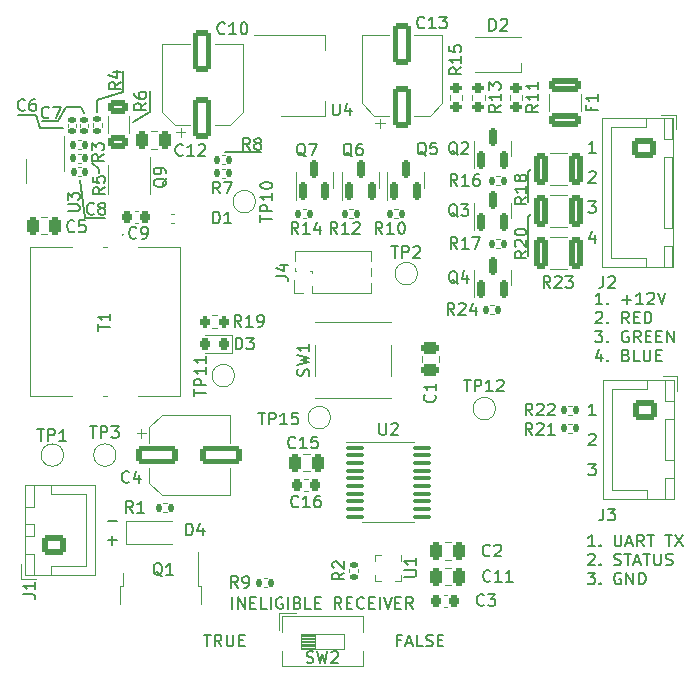
<source format=gto>
%TF.GenerationSoftware,KiCad,Pcbnew,(6.0.1-0)*%
%TF.CreationDate,2022-04-18T21:10:33-05:00*%
%TF.ProjectId,tackle_sensor_hardware,7461636b-6c65-45f7-9365-6e736f725f68,rev?*%
%TF.SameCoordinates,Original*%
%TF.FileFunction,Legend,Top*%
%TF.FilePolarity,Positive*%
%FSLAX46Y46*%
G04 Gerber Fmt 4.6, Leading zero omitted, Abs format (unit mm)*
G04 Created by KiCad (PCBNEW (6.0.1-0)) date 2022-04-18 21:10:33*
%MOMM*%
%LPD*%
G01*
G04 APERTURE LIST*
G04 Aperture macros list*
%AMRoundRect*
0 Rectangle with rounded corners*
0 $1 Rounding radius*
0 $2 $3 $4 $5 $6 $7 $8 $9 X,Y pos of 4 corners*
0 Add a 4 corners polygon primitive as box body*
4,1,4,$2,$3,$4,$5,$6,$7,$8,$9,$2,$3,0*
0 Add four circle primitives for the rounded corners*
1,1,$1+$1,$2,$3*
1,1,$1+$1,$4,$5*
1,1,$1+$1,$6,$7*
1,1,$1+$1,$8,$9*
0 Add four rect primitives between the rounded corners*
20,1,$1+$1,$2,$3,$4,$5,0*
20,1,$1+$1,$4,$5,$6,$7,0*
20,1,$1+$1,$6,$7,$8,$9,0*
20,1,$1+$1,$8,$9,$2,$3,0*%
G04 Aperture macros list end*
%ADD10C,0.155000*%
%ADD11C,0.150000*%
%ADD12C,0.120000*%
%ADD13RoundRect,0.250000X-0.725000X0.600000X-0.725000X-0.600000X0.725000X-0.600000X0.725000X0.600000X0*%
%ADD14O,1.950000X1.700000*%
%ADD15RoundRect,0.100000X-0.637500X-0.100000X0.637500X-0.100000X0.637500X0.100000X-0.637500X0.100000X0*%
%ADD16C,3.200000*%
%ADD17RoundRect,0.250000X0.750000X-0.600000X0.750000X0.600000X-0.750000X0.600000X-0.750000X-0.600000X0*%
%ADD18O,2.000000X1.700000*%
%ADD19RoundRect,0.200000X-0.200000X-0.275000X0.200000X-0.275000X0.200000X0.275000X-0.200000X0.275000X0*%
%ADD20RoundRect,0.135000X-0.135000X-0.185000X0.135000X-0.185000X0.135000X0.185000X-0.135000X0.185000X0*%
%ADD21RoundRect,0.150000X0.150000X-0.587500X0.150000X0.587500X-0.150000X0.587500X-0.150000X-0.587500X0*%
%ADD22C,1.500000*%
%ADD23RoundRect,0.135000X0.135000X0.185000X-0.135000X0.185000X-0.135000X-0.185000X0.135000X-0.185000X0*%
%ADD24R,2.440000X1.120000*%
%ADD25R,0.450000X1.450000*%
%ADD26RoundRect,0.140000X0.170000X-0.140000X0.170000X0.140000X-0.170000X0.140000X-0.170000X-0.140000X0*%
%ADD27RoundRect,0.225000X-0.225000X-0.250000X0.225000X-0.250000X0.225000X0.250000X-0.225000X0.250000X0*%
%ADD28RoundRect,0.250000X-0.250000X-0.475000X0.250000X-0.475000X0.250000X0.475000X-0.250000X0.475000X0*%
%ADD29R,0.500000X0.630000*%
%ADD30R,1.230000X0.950000*%
%ADD31RoundRect,0.200000X-0.275000X0.200000X-0.275000X-0.200000X0.275000X-0.200000X0.275000X0.200000X0*%
%ADD32RoundRect,0.135000X0.185000X-0.135000X0.185000X0.135000X-0.185000X0.135000X-0.185000X-0.135000X0*%
%ADD33RoundRect,0.250000X0.250000X0.475000X-0.250000X0.475000X-0.250000X-0.475000X0.250000X-0.475000X0*%
%ADD34R,1.550000X1.300000*%
%ADD35R,0.350000X0.375000*%
%ADD36R,0.375000X0.350000*%
%ADD37RoundRect,0.250000X-0.312500X-1.075000X0.312500X-1.075000X0.312500X1.075000X-0.312500X1.075000X0*%
%ADD38RoundRect,0.225000X0.225000X0.250000X-0.225000X0.250000X-0.225000X-0.250000X0.225000X-0.250000X0*%
%ADD39RoundRect,0.135000X-0.185000X0.135000X-0.185000X-0.135000X0.185000X-0.135000X0.185000X0.135000X0*%
%ADD40R,1.955800X2.362200*%
%ADD41R,1.200000X2.200000*%
%ADD42R,5.800000X6.400000*%
%ADD43RoundRect,0.140000X-0.140000X-0.170000X0.140000X-0.170000X0.140000X0.170000X-0.140000X0.170000X0*%
%ADD44RoundRect,0.218750X0.218750X0.256250X-0.218750X0.256250X-0.218750X-0.256250X0.218750X-0.256250X0*%
%ADD45RoundRect,0.250000X0.625000X-0.312500X0.625000X0.312500X-0.625000X0.312500X-0.625000X-0.312500X0*%
%ADD46R,1.000000X1.000000*%
%ADD47O,1.000000X1.000000*%
%ADD48RoundRect,0.250000X0.550000X-1.500000X0.550000X1.500000X-0.550000X1.500000X-0.550000X-1.500000X0*%
%ADD49R,2.000000X1.500000*%
%ADD50R,2.000000X3.800000*%
%ADD51RoundRect,0.250000X-1.500000X-0.550000X1.500000X-0.550000X1.500000X0.550000X-1.500000X0.550000X0*%
%ADD52R,2.670000X2.540000*%
%ADD53R,0.762000X1.270000*%
%ADD54R,0.900000X1.200000*%
%ADD55RoundRect,0.250000X-1.075000X0.312500X-1.075000X-0.312500X1.075000X-0.312500X1.075000X0.312500X0*%
%ADD56RoundRect,0.250000X0.475000X-0.250000X0.475000X0.250000X-0.475000X0.250000X-0.475000X-0.250000X0*%
%ADD57R,1.000000X0.800000*%
G04 APERTURE END LIST*
D10*
X164084000Y-83312000D02*
X164338000Y-83058000D01*
X129794000Y-76581000D02*
X127635000Y-77216000D01*
X127762000Y-83464400D02*
X127762000Y-83108800D01*
X126593600Y-87223600D02*
X126136400Y-84023200D01*
X132080000Y-76517500D02*
X132080000Y-78168500D01*
X124333000Y-78994000D02*
X124968000Y-77851000D01*
X139573000Y-81661000D02*
X138430000Y-81661000D01*
X164084000Y-85852000D02*
X164084000Y-83312000D01*
X122428000Y-78486000D02*
X122809000Y-79629000D01*
X164084000Y-87122000D02*
X164338000Y-86868000D01*
X129794000Y-74803000D02*
X129794000Y-76581000D01*
X128320800Y-87223600D02*
X126593600Y-87223600D01*
X124968000Y-77851000D02*
X126111000Y-77851000D01*
X126238000Y-77851000D02*
X126492000Y-78359000D01*
X164084000Y-88392000D02*
X164084000Y-87376000D01*
X122936000Y-78994000D02*
X124333000Y-78994000D01*
X132080000Y-78232000D02*
X130683000Y-79121000D01*
X127635000Y-77216000D02*
X127635000Y-78232000D01*
X127762000Y-83108800D02*
X127203200Y-82600800D01*
X164084000Y-90424000D02*
X164084000Y-88392000D01*
X164084000Y-87376000D02*
X164084000Y-87122000D01*
X141478000Y-81661000D02*
X139573000Y-81661000D01*
X126111000Y-77851000D02*
X126238000Y-77851000D01*
X120904000Y-78486000D02*
X122428000Y-78486000D01*
X124206000Y-79629000D02*
X124714000Y-79629000D01*
X122809000Y-79629000D02*
X124206000Y-79629000D01*
D11*
X153320952Y-122991571D02*
X152987619Y-122991571D01*
X152987619Y-123515380D02*
X152987619Y-122515380D01*
X153463809Y-122515380D01*
X153797142Y-123229666D02*
X154273333Y-123229666D01*
X153701904Y-123515380D02*
X154035238Y-122515380D01*
X154368571Y-123515380D01*
X155178095Y-123515380D02*
X154701904Y-123515380D01*
X154701904Y-122515380D01*
X155463809Y-123467761D02*
X155606666Y-123515380D01*
X155844761Y-123515380D01*
X155940000Y-123467761D01*
X155987619Y-123420142D01*
X156035238Y-123324904D01*
X156035238Y-123229666D01*
X155987619Y-123134428D01*
X155940000Y-123086809D01*
X155844761Y-123039190D01*
X155654285Y-122991571D01*
X155559047Y-122943952D01*
X155511428Y-122896333D01*
X155463809Y-122801095D01*
X155463809Y-122705857D01*
X155511428Y-122610619D01*
X155559047Y-122563000D01*
X155654285Y-122515380D01*
X155892380Y-122515380D01*
X156035238Y-122563000D01*
X156463809Y-122991571D02*
X156797142Y-122991571D01*
X156940000Y-123515380D02*
X156463809Y-123515380D01*
X156463809Y-122515380D01*
X156940000Y-122515380D01*
X169211666Y-108037380D02*
X169830714Y-108037380D01*
X169497380Y-108418333D01*
X169640238Y-108418333D01*
X169735476Y-108465952D01*
X169783095Y-108513571D01*
X169830714Y-108608809D01*
X169830714Y-108846904D01*
X169783095Y-108942142D01*
X169735476Y-108989761D01*
X169640238Y-109037380D01*
X169354523Y-109037380D01*
X169259285Y-108989761D01*
X169211666Y-108942142D01*
X169259285Y-83367619D02*
X169306904Y-83320000D01*
X169402142Y-83272380D01*
X169640238Y-83272380D01*
X169735476Y-83320000D01*
X169783095Y-83367619D01*
X169830714Y-83462857D01*
X169830714Y-83558095D01*
X169783095Y-83700952D01*
X169211666Y-84272380D01*
X169830714Y-84272380D01*
X136668095Y-122515380D02*
X137239523Y-122515380D01*
X136953809Y-123515380D02*
X136953809Y-122515380D01*
X138144285Y-123515380D02*
X137810952Y-123039190D01*
X137572857Y-123515380D02*
X137572857Y-122515380D01*
X137953809Y-122515380D01*
X138049047Y-122563000D01*
X138096666Y-122610619D01*
X138144285Y-122705857D01*
X138144285Y-122848714D01*
X138096666Y-122943952D01*
X138049047Y-122991571D01*
X137953809Y-123039190D01*
X137572857Y-123039190D01*
X138572857Y-122515380D02*
X138572857Y-123324904D01*
X138620476Y-123420142D01*
X138668095Y-123467761D01*
X138763333Y-123515380D01*
X138953809Y-123515380D01*
X139049047Y-123467761D01*
X139096666Y-123420142D01*
X139144285Y-123324904D01*
X139144285Y-122515380D01*
X139620476Y-122991571D02*
X139953809Y-122991571D01*
X140096666Y-123515380D02*
X139620476Y-123515380D01*
X139620476Y-122515380D01*
X140096666Y-122515380D01*
X169769404Y-115047380D02*
X169197976Y-115047380D01*
X169483690Y-115047380D02*
X169483690Y-114047380D01*
X169388452Y-114190238D01*
X169293214Y-114285476D01*
X169197976Y-114333095D01*
X170197976Y-114952142D02*
X170245595Y-114999761D01*
X170197976Y-115047380D01*
X170150357Y-114999761D01*
X170197976Y-114952142D01*
X170197976Y-115047380D01*
X171436071Y-114047380D02*
X171436071Y-114856904D01*
X171483690Y-114952142D01*
X171531309Y-114999761D01*
X171626547Y-115047380D01*
X171817023Y-115047380D01*
X171912261Y-114999761D01*
X171959880Y-114952142D01*
X172007500Y-114856904D01*
X172007500Y-114047380D01*
X172436071Y-114761666D02*
X172912261Y-114761666D01*
X172340833Y-115047380D02*
X172674166Y-114047380D01*
X173007500Y-115047380D01*
X173912261Y-115047380D02*
X173578928Y-114571190D01*
X173340833Y-115047380D02*
X173340833Y-114047380D01*
X173721785Y-114047380D01*
X173817023Y-114095000D01*
X173864642Y-114142619D01*
X173912261Y-114237857D01*
X173912261Y-114380714D01*
X173864642Y-114475952D01*
X173817023Y-114523571D01*
X173721785Y-114571190D01*
X173340833Y-114571190D01*
X174197976Y-114047380D02*
X174769404Y-114047380D01*
X174483690Y-115047380D02*
X174483690Y-114047380D01*
X175721785Y-114047380D02*
X176293214Y-114047380D01*
X176007500Y-115047380D02*
X176007500Y-114047380D01*
X176531309Y-114047380D02*
X177197976Y-115047380D01*
X177197976Y-114047380D02*
X176531309Y-115047380D01*
X169197976Y-115752619D02*
X169245595Y-115705000D01*
X169340833Y-115657380D01*
X169578928Y-115657380D01*
X169674166Y-115705000D01*
X169721785Y-115752619D01*
X169769404Y-115847857D01*
X169769404Y-115943095D01*
X169721785Y-116085952D01*
X169150357Y-116657380D01*
X169769404Y-116657380D01*
X170197976Y-116562142D02*
X170245595Y-116609761D01*
X170197976Y-116657380D01*
X170150357Y-116609761D01*
X170197976Y-116562142D01*
X170197976Y-116657380D01*
X171388452Y-116609761D02*
X171531309Y-116657380D01*
X171769404Y-116657380D01*
X171864642Y-116609761D01*
X171912261Y-116562142D01*
X171959880Y-116466904D01*
X171959880Y-116371666D01*
X171912261Y-116276428D01*
X171864642Y-116228809D01*
X171769404Y-116181190D01*
X171578928Y-116133571D01*
X171483690Y-116085952D01*
X171436071Y-116038333D01*
X171388452Y-115943095D01*
X171388452Y-115847857D01*
X171436071Y-115752619D01*
X171483690Y-115705000D01*
X171578928Y-115657380D01*
X171817023Y-115657380D01*
X171959880Y-115705000D01*
X172245595Y-115657380D02*
X172817023Y-115657380D01*
X172531309Y-116657380D02*
X172531309Y-115657380D01*
X173102738Y-116371666D02*
X173578928Y-116371666D01*
X173007500Y-116657380D02*
X173340833Y-115657380D01*
X173674166Y-116657380D01*
X173864642Y-115657380D02*
X174436071Y-115657380D01*
X174150357Y-116657380D02*
X174150357Y-115657380D01*
X174769404Y-115657380D02*
X174769404Y-116466904D01*
X174817023Y-116562142D01*
X174864642Y-116609761D01*
X174959880Y-116657380D01*
X175150357Y-116657380D01*
X175245595Y-116609761D01*
X175293214Y-116562142D01*
X175340833Y-116466904D01*
X175340833Y-115657380D01*
X175769404Y-116609761D02*
X175912261Y-116657380D01*
X176150357Y-116657380D01*
X176245595Y-116609761D01*
X176293214Y-116562142D01*
X176340833Y-116466904D01*
X176340833Y-116371666D01*
X176293214Y-116276428D01*
X176245595Y-116228809D01*
X176150357Y-116181190D01*
X175959880Y-116133571D01*
X175864642Y-116085952D01*
X175817023Y-116038333D01*
X175769404Y-115943095D01*
X175769404Y-115847857D01*
X175817023Y-115752619D01*
X175864642Y-115705000D01*
X175959880Y-115657380D01*
X176197976Y-115657380D01*
X176340833Y-115705000D01*
X169150357Y-117267380D02*
X169769404Y-117267380D01*
X169436071Y-117648333D01*
X169578928Y-117648333D01*
X169674166Y-117695952D01*
X169721785Y-117743571D01*
X169769404Y-117838809D01*
X169769404Y-118076904D01*
X169721785Y-118172142D01*
X169674166Y-118219761D01*
X169578928Y-118267380D01*
X169293214Y-118267380D01*
X169197976Y-118219761D01*
X169150357Y-118172142D01*
X170197976Y-118172142D02*
X170245595Y-118219761D01*
X170197976Y-118267380D01*
X170150357Y-118219761D01*
X170197976Y-118172142D01*
X170197976Y-118267380D01*
X171959880Y-117315000D02*
X171864642Y-117267380D01*
X171721785Y-117267380D01*
X171578928Y-117315000D01*
X171483690Y-117410238D01*
X171436071Y-117505476D01*
X171388452Y-117695952D01*
X171388452Y-117838809D01*
X171436071Y-118029285D01*
X171483690Y-118124523D01*
X171578928Y-118219761D01*
X171721785Y-118267380D01*
X171817023Y-118267380D01*
X171959880Y-118219761D01*
X172007500Y-118172142D01*
X172007500Y-117838809D01*
X171817023Y-117838809D01*
X172436071Y-118267380D02*
X172436071Y-117267380D01*
X173007500Y-118267380D01*
X173007500Y-117267380D01*
X173483690Y-118267380D02*
X173483690Y-117267380D01*
X173721785Y-117267380D01*
X173864642Y-117315000D01*
X173959880Y-117410238D01*
X174007500Y-117505476D01*
X174055119Y-117695952D01*
X174055119Y-117838809D01*
X174007500Y-118029285D01*
X173959880Y-118124523D01*
X173864642Y-118219761D01*
X173721785Y-118267380D01*
X173483690Y-118267380D01*
X139065952Y-120340380D02*
X139065952Y-119340380D01*
X139542142Y-120340380D02*
X139542142Y-119340380D01*
X140113571Y-120340380D01*
X140113571Y-119340380D01*
X140589761Y-119816571D02*
X140923095Y-119816571D01*
X141065952Y-120340380D02*
X140589761Y-120340380D01*
X140589761Y-119340380D01*
X141065952Y-119340380D01*
X141970714Y-120340380D02*
X141494523Y-120340380D01*
X141494523Y-119340380D01*
X142304047Y-120340380D02*
X142304047Y-119340380D01*
X143304047Y-119388000D02*
X143208809Y-119340380D01*
X143065952Y-119340380D01*
X142923095Y-119388000D01*
X142827857Y-119483238D01*
X142780238Y-119578476D01*
X142732619Y-119768952D01*
X142732619Y-119911809D01*
X142780238Y-120102285D01*
X142827857Y-120197523D01*
X142923095Y-120292761D01*
X143065952Y-120340380D01*
X143161190Y-120340380D01*
X143304047Y-120292761D01*
X143351666Y-120245142D01*
X143351666Y-119911809D01*
X143161190Y-119911809D01*
X143780238Y-120340380D02*
X143780238Y-119340380D01*
X144589761Y-119816571D02*
X144732619Y-119864190D01*
X144780238Y-119911809D01*
X144827857Y-120007047D01*
X144827857Y-120149904D01*
X144780238Y-120245142D01*
X144732619Y-120292761D01*
X144637380Y-120340380D01*
X144256428Y-120340380D01*
X144256428Y-119340380D01*
X144589761Y-119340380D01*
X144685000Y-119388000D01*
X144732619Y-119435619D01*
X144780238Y-119530857D01*
X144780238Y-119626095D01*
X144732619Y-119721333D01*
X144685000Y-119768952D01*
X144589761Y-119816571D01*
X144256428Y-119816571D01*
X145732619Y-120340380D02*
X145256428Y-120340380D01*
X145256428Y-119340380D01*
X146065952Y-119816571D02*
X146399285Y-119816571D01*
X146542142Y-120340380D02*
X146065952Y-120340380D01*
X146065952Y-119340380D01*
X146542142Y-119340380D01*
X148304047Y-120340380D02*
X147970714Y-119864190D01*
X147732619Y-120340380D02*
X147732619Y-119340380D01*
X148113571Y-119340380D01*
X148208809Y-119388000D01*
X148256428Y-119435619D01*
X148304047Y-119530857D01*
X148304047Y-119673714D01*
X148256428Y-119768952D01*
X148208809Y-119816571D01*
X148113571Y-119864190D01*
X147732619Y-119864190D01*
X148732619Y-119816571D02*
X149065952Y-119816571D01*
X149208809Y-120340380D02*
X148732619Y-120340380D01*
X148732619Y-119340380D01*
X149208809Y-119340380D01*
X150208809Y-120245142D02*
X150161190Y-120292761D01*
X150018333Y-120340380D01*
X149923095Y-120340380D01*
X149780238Y-120292761D01*
X149685000Y-120197523D01*
X149637380Y-120102285D01*
X149589761Y-119911809D01*
X149589761Y-119768952D01*
X149637380Y-119578476D01*
X149685000Y-119483238D01*
X149780238Y-119388000D01*
X149923095Y-119340380D01*
X150018333Y-119340380D01*
X150161190Y-119388000D01*
X150208809Y-119435619D01*
X150637380Y-119816571D02*
X150970714Y-119816571D01*
X151113571Y-120340380D02*
X150637380Y-120340380D01*
X150637380Y-119340380D01*
X151113571Y-119340380D01*
X151542142Y-120340380D02*
X151542142Y-119340380D01*
X151875476Y-119340380D02*
X152208809Y-120340380D01*
X152542142Y-119340380D01*
X152875476Y-119816571D02*
X153208809Y-119816571D01*
X153351666Y-120340380D02*
X152875476Y-120340380D01*
X152875476Y-119340380D01*
X153351666Y-119340380D01*
X154351666Y-120340380D02*
X154018333Y-119864190D01*
X153780238Y-120340380D02*
X153780238Y-119340380D01*
X154161190Y-119340380D01*
X154256428Y-119388000D01*
X154304047Y-119435619D01*
X154351666Y-119530857D01*
X154351666Y-119673714D01*
X154304047Y-119768952D01*
X154256428Y-119816571D01*
X154161190Y-119864190D01*
X153780238Y-119864190D01*
X169211666Y-85812380D02*
X169830714Y-85812380D01*
X169497380Y-86193333D01*
X169640238Y-86193333D01*
X169735476Y-86240952D01*
X169783095Y-86288571D01*
X169830714Y-86383809D01*
X169830714Y-86621904D01*
X169783095Y-86717142D01*
X169735476Y-86764761D01*
X169640238Y-86812380D01*
X169354523Y-86812380D01*
X169259285Y-86764761D01*
X169211666Y-86717142D01*
X169735476Y-88685714D02*
X169735476Y-89352380D01*
X169497380Y-88304761D02*
X169259285Y-89019047D01*
X169878333Y-89019047D01*
X169830714Y-81732380D02*
X169259285Y-81732380D01*
X169545000Y-81732380D02*
X169545000Y-80732380D01*
X169449761Y-80875238D01*
X169354523Y-80970476D01*
X169259285Y-81018095D01*
X128524047Y-112931428D02*
X129285952Y-112931428D01*
X128524047Y-114541428D02*
X129285952Y-114541428D01*
X128905000Y-114922380D02*
X128905000Y-114160476D01*
X170404404Y-94557380D02*
X169832976Y-94557380D01*
X170118690Y-94557380D02*
X170118690Y-93557380D01*
X170023452Y-93700238D01*
X169928214Y-93795476D01*
X169832976Y-93843095D01*
X170832976Y-94462142D02*
X170880595Y-94509761D01*
X170832976Y-94557380D01*
X170785357Y-94509761D01*
X170832976Y-94462142D01*
X170832976Y-94557380D01*
X172071071Y-94176428D02*
X172832976Y-94176428D01*
X172452023Y-94557380D02*
X172452023Y-93795476D01*
X173832976Y-94557380D02*
X173261547Y-94557380D01*
X173547261Y-94557380D02*
X173547261Y-93557380D01*
X173452023Y-93700238D01*
X173356785Y-93795476D01*
X173261547Y-93843095D01*
X174213928Y-93652619D02*
X174261547Y-93605000D01*
X174356785Y-93557380D01*
X174594880Y-93557380D01*
X174690119Y-93605000D01*
X174737738Y-93652619D01*
X174785357Y-93747857D01*
X174785357Y-93843095D01*
X174737738Y-93985952D01*
X174166309Y-94557380D01*
X174785357Y-94557380D01*
X175071071Y-93557380D02*
X175404404Y-94557380D01*
X175737738Y-93557380D01*
X169832976Y-95262619D02*
X169880595Y-95215000D01*
X169975833Y-95167380D01*
X170213928Y-95167380D01*
X170309166Y-95215000D01*
X170356785Y-95262619D01*
X170404404Y-95357857D01*
X170404404Y-95453095D01*
X170356785Y-95595952D01*
X169785357Y-96167380D01*
X170404404Y-96167380D01*
X170832976Y-96072142D02*
X170880595Y-96119761D01*
X170832976Y-96167380D01*
X170785357Y-96119761D01*
X170832976Y-96072142D01*
X170832976Y-96167380D01*
X172642500Y-96167380D02*
X172309166Y-95691190D01*
X172071071Y-96167380D02*
X172071071Y-95167380D01*
X172452023Y-95167380D01*
X172547261Y-95215000D01*
X172594880Y-95262619D01*
X172642500Y-95357857D01*
X172642500Y-95500714D01*
X172594880Y-95595952D01*
X172547261Y-95643571D01*
X172452023Y-95691190D01*
X172071071Y-95691190D01*
X173071071Y-95643571D02*
X173404404Y-95643571D01*
X173547261Y-96167380D02*
X173071071Y-96167380D01*
X173071071Y-95167380D01*
X173547261Y-95167380D01*
X173975833Y-96167380D02*
X173975833Y-95167380D01*
X174213928Y-95167380D01*
X174356785Y-95215000D01*
X174452023Y-95310238D01*
X174499642Y-95405476D01*
X174547261Y-95595952D01*
X174547261Y-95738809D01*
X174499642Y-95929285D01*
X174452023Y-96024523D01*
X174356785Y-96119761D01*
X174213928Y-96167380D01*
X173975833Y-96167380D01*
X169785357Y-96777380D02*
X170404404Y-96777380D01*
X170071071Y-97158333D01*
X170213928Y-97158333D01*
X170309166Y-97205952D01*
X170356785Y-97253571D01*
X170404404Y-97348809D01*
X170404404Y-97586904D01*
X170356785Y-97682142D01*
X170309166Y-97729761D01*
X170213928Y-97777380D01*
X169928214Y-97777380D01*
X169832976Y-97729761D01*
X169785357Y-97682142D01*
X170832976Y-97682142D02*
X170880595Y-97729761D01*
X170832976Y-97777380D01*
X170785357Y-97729761D01*
X170832976Y-97682142D01*
X170832976Y-97777380D01*
X172594880Y-96825000D02*
X172499642Y-96777380D01*
X172356785Y-96777380D01*
X172213928Y-96825000D01*
X172118690Y-96920238D01*
X172071071Y-97015476D01*
X172023452Y-97205952D01*
X172023452Y-97348809D01*
X172071071Y-97539285D01*
X172118690Y-97634523D01*
X172213928Y-97729761D01*
X172356785Y-97777380D01*
X172452023Y-97777380D01*
X172594880Y-97729761D01*
X172642500Y-97682142D01*
X172642500Y-97348809D01*
X172452023Y-97348809D01*
X173642500Y-97777380D02*
X173309166Y-97301190D01*
X173071071Y-97777380D02*
X173071071Y-96777380D01*
X173452023Y-96777380D01*
X173547261Y-96825000D01*
X173594880Y-96872619D01*
X173642500Y-96967857D01*
X173642500Y-97110714D01*
X173594880Y-97205952D01*
X173547261Y-97253571D01*
X173452023Y-97301190D01*
X173071071Y-97301190D01*
X174071071Y-97253571D02*
X174404404Y-97253571D01*
X174547261Y-97777380D02*
X174071071Y-97777380D01*
X174071071Y-96777380D01*
X174547261Y-96777380D01*
X174975833Y-97253571D02*
X175309166Y-97253571D01*
X175452023Y-97777380D02*
X174975833Y-97777380D01*
X174975833Y-96777380D01*
X175452023Y-96777380D01*
X175880595Y-97777380D02*
X175880595Y-96777380D01*
X176452023Y-97777380D01*
X176452023Y-96777380D01*
X170309166Y-98720714D02*
X170309166Y-99387380D01*
X170071071Y-98339761D02*
X169832976Y-99054047D01*
X170452023Y-99054047D01*
X170832976Y-99292142D02*
X170880595Y-99339761D01*
X170832976Y-99387380D01*
X170785357Y-99339761D01*
X170832976Y-99292142D01*
X170832976Y-99387380D01*
X172404404Y-98863571D02*
X172547261Y-98911190D01*
X172594880Y-98958809D01*
X172642500Y-99054047D01*
X172642500Y-99196904D01*
X172594880Y-99292142D01*
X172547261Y-99339761D01*
X172452023Y-99387380D01*
X172071071Y-99387380D01*
X172071071Y-98387380D01*
X172404404Y-98387380D01*
X172499642Y-98435000D01*
X172547261Y-98482619D01*
X172594880Y-98577857D01*
X172594880Y-98673095D01*
X172547261Y-98768333D01*
X172499642Y-98815952D01*
X172404404Y-98863571D01*
X172071071Y-98863571D01*
X173547261Y-99387380D02*
X173071071Y-99387380D01*
X173071071Y-98387380D01*
X173880595Y-98387380D02*
X173880595Y-99196904D01*
X173928214Y-99292142D01*
X173975833Y-99339761D01*
X174071071Y-99387380D01*
X174261547Y-99387380D01*
X174356785Y-99339761D01*
X174404404Y-99292142D01*
X174452023Y-99196904D01*
X174452023Y-98387380D01*
X174928214Y-98863571D02*
X175261547Y-98863571D01*
X175404404Y-99387380D02*
X174928214Y-99387380D01*
X174928214Y-98387380D01*
X175404404Y-98387380D01*
X169259285Y-105592619D02*
X169306904Y-105545000D01*
X169402142Y-105497380D01*
X169640238Y-105497380D01*
X169735476Y-105545000D01*
X169783095Y-105592619D01*
X169830714Y-105687857D01*
X169830714Y-105783095D01*
X169783095Y-105925952D01*
X169211666Y-106497380D01*
X169830714Y-106497380D01*
X169830714Y-103957380D02*
X169259285Y-103957380D01*
X169545000Y-103957380D02*
X169545000Y-102957380D01*
X169449761Y-103100238D01*
X169354523Y-103195476D01*
X169259285Y-103243095D01*
%TO.C,J3*%
X170481666Y-111847380D02*
X170481666Y-112561666D01*
X170434047Y-112704523D01*
X170338809Y-112799761D01*
X170195952Y-112847380D01*
X170100714Y-112847380D01*
X170862619Y-111847380D02*
X171481666Y-111847380D01*
X171148333Y-112228333D01*
X171291190Y-112228333D01*
X171386428Y-112275952D01*
X171434047Y-112323571D01*
X171481666Y-112418809D01*
X171481666Y-112656904D01*
X171434047Y-112752142D01*
X171386428Y-112799761D01*
X171291190Y-112847380D01*
X171005476Y-112847380D01*
X170910238Y-112799761D01*
X170862619Y-112752142D01*
%TO.C,U2*%
X151511095Y-104608380D02*
X151511095Y-105417904D01*
X151558714Y-105513142D01*
X151606333Y-105560761D01*
X151701571Y-105608380D01*
X151892047Y-105608380D01*
X151987285Y-105560761D01*
X152034904Y-105513142D01*
X152082523Y-105417904D01*
X152082523Y-104608380D01*
X152511095Y-104703619D02*
X152558714Y-104656000D01*
X152653952Y-104608380D01*
X152892047Y-104608380D01*
X152987285Y-104656000D01*
X153034904Y-104703619D01*
X153082523Y-104798857D01*
X153082523Y-104894095D01*
X153034904Y-105036952D01*
X152463476Y-105608380D01*
X153082523Y-105608380D01*
%TO.C,J1*%
X121372380Y-119098333D02*
X122086666Y-119098333D01*
X122229523Y-119145952D01*
X122324761Y-119241190D01*
X122372380Y-119384047D01*
X122372380Y-119479285D01*
X122372380Y-118098333D02*
X122372380Y-118669761D01*
X122372380Y-118384047D02*
X121372380Y-118384047D01*
X121515238Y-118479285D01*
X121610476Y-118574523D01*
X121658095Y-118669761D01*
%TO.C,R19*%
X139819142Y-96464380D02*
X139485809Y-95988190D01*
X139247714Y-96464380D02*
X139247714Y-95464380D01*
X139628666Y-95464380D01*
X139723904Y-95512000D01*
X139771523Y-95559619D01*
X139819142Y-95654857D01*
X139819142Y-95797714D01*
X139771523Y-95892952D01*
X139723904Y-95940571D01*
X139628666Y-95988190D01*
X139247714Y-95988190D01*
X140771523Y-96464380D02*
X140200095Y-96464380D01*
X140485809Y-96464380D02*
X140485809Y-95464380D01*
X140390571Y-95607238D01*
X140295333Y-95702476D01*
X140200095Y-95750095D01*
X141247714Y-96464380D02*
X141438190Y-96464380D01*
X141533428Y-96416761D01*
X141581047Y-96369142D01*
X141676285Y-96226285D01*
X141723904Y-96035809D01*
X141723904Y-95654857D01*
X141676285Y-95559619D01*
X141628666Y-95512000D01*
X141533428Y-95464380D01*
X141342952Y-95464380D01*
X141247714Y-95512000D01*
X141200095Y-95559619D01*
X141152476Y-95654857D01*
X141152476Y-95892952D01*
X141200095Y-95988190D01*
X141247714Y-96035809D01*
X141342952Y-96083428D01*
X141533428Y-96083428D01*
X141628666Y-96035809D01*
X141676285Y-95988190D01*
X141723904Y-95892952D01*
%TO.C,R22*%
X164457142Y-103957380D02*
X164123809Y-103481190D01*
X163885714Y-103957380D02*
X163885714Y-102957380D01*
X164266666Y-102957380D01*
X164361904Y-103005000D01*
X164409523Y-103052619D01*
X164457142Y-103147857D01*
X164457142Y-103290714D01*
X164409523Y-103385952D01*
X164361904Y-103433571D01*
X164266666Y-103481190D01*
X163885714Y-103481190D01*
X164838095Y-103052619D02*
X164885714Y-103005000D01*
X164980952Y-102957380D01*
X165219047Y-102957380D01*
X165314285Y-103005000D01*
X165361904Y-103052619D01*
X165409523Y-103147857D01*
X165409523Y-103243095D01*
X165361904Y-103385952D01*
X164790476Y-103957380D01*
X165409523Y-103957380D01*
X165790476Y-103052619D02*
X165838095Y-103005000D01*
X165933333Y-102957380D01*
X166171428Y-102957380D01*
X166266666Y-103005000D01*
X166314285Y-103052619D01*
X166361904Y-103147857D01*
X166361904Y-103243095D01*
X166314285Y-103385952D01*
X165742857Y-103957380D01*
X166361904Y-103957380D01*
%TO.C,Q7*%
X145258761Y-82033119D02*
X145163523Y-81985500D01*
X145068285Y-81890261D01*
X144925428Y-81747404D01*
X144830190Y-81699785D01*
X144734952Y-81699785D01*
X144782571Y-81937880D02*
X144687333Y-81890261D01*
X144592095Y-81795023D01*
X144544476Y-81604547D01*
X144544476Y-81271214D01*
X144592095Y-81080738D01*
X144687333Y-80985500D01*
X144782571Y-80937880D01*
X144973047Y-80937880D01*
X145068285Y-80985500D01*
X145163523Y-81080738D01*
X145211142Y-81271214D01*
X145211142Y-81604547D01*
X145163523Y-81795023D01*
X145068285Y-81890261D01*
X144973047Y-81937880D01*
X144782571Y-81937880D01*
X145544476Y-80937880D02*
X146211142Y-80937880D01*
X145782571Y-81937880D01*
%TO.C,TP1*%
X122563095Y-105119380D02*
X123134523Y-105119380D01*
X122848809Y-106119380D02*
X122848809Y-105119380D01*
X123467857Y-106119380D02*
X123467857Y-105119380D01*
X123848809Y-105119380D01*
X123944047Y-105167000D01*
X123991666Y-105214619D01*
X124039285Y-105309857D01*
X124039285Y-105452714D01*
X123991666Y-105547952D01*
X123944047Y-105595571D01*
X123848809Y-105643190D01*
X123467857Y-105643190D01*
X124991666Y-106119380D02*
X124420238Y-106119380D01*
X124705952Y-106119380D02*
X124705952Y-105119380D01*
X124610714Y-105262238D01*
X124515476Y-105357476D01*
X124420238Y-105405095D01*
%TO.C,R7*%
X138009333Y-85161380D02*
X137676000Y-84685190D01*
X137437904Y-85161380D02*
X137437904Y-84161380D01*
X137818857Y-84161380D01*
X137914095Y-84209000D01*
X137961714Y-84256619D01*
X138009333Y-84351857D01*
X138009333Y-84494714D01*
X137961714Y-84589952D01*
X137914095Y-84637571D01*
X137818857Y-84685190D01*
X137437904Y-84685190D01*
X138342666Y-84161380D02*
X139009333Y-84161380D01*
X138580761Y-85161380D01*
%TO.C,Q3*%
X158146761Y-87161619D02*
X158051523Y-87114000D01*
X157956285Y-87018761D01*
X157813428Y-86875904D01*
X157718190Y-86828285D01*
X157622952Y-86828285D01*
X157670571Y-87066380D02*
X157575333Y-87018761D01*
X157480095Y-86923523D01*
X157432476Y-86733047D01*
X157432476Y-86399714D01*
X157480095Y-86209238D01*
X157575333Y-86114000D01*
X157670571Y-86066380D01*
X157861047Y-86066380D01*
X157956285Y-86114000D01*
X158051523Y-86209238D01*
X158099142Y-86399714D01*
X158099142Y-86733047D01*
X158051523Y-86923523D01*
X157956285Y-87018761D01*
X157861047Y-87066380D01*
X157670571Y-87066380D01*
X158432476Y-86066380D02*
X159051523Y-86066380D01*
X158718190Y-86447333D01*
X158861047Y-86447333D01*
X158956285Y-86494952D01*
X159003904Y-86542571D01*
X159051523Y-86637809D01*
X159051523Y-86875904D01*
X159003904Y-86971142D01*
X158956285Y-87018761D01*
X158861047Y-87066380D01*
X158575333Y-87066380D01*
X158480095Y-87018761D01*
X158432476Y-86971142D01*
%TO.C,R1*%
X130643333Y-112212380D02*
X130310000Y-111736190D01*
X130071904Y-112212380D02*
X130071904Y-111212380D01*
X130452857Y-111212380D01*
X130548095Y-111260000D01*
X130595714Y-111307619D01*
X130643333Y-111402857D01*
X130643333Y-111545714D01*
X130595714Y-111640952D01*
X130548095Y-111688571D01*
X130452857Y-111736190D01*
X130071904Y-111736190D01*
X131595714Y-112212380D02*
X131024285Y-112212380D01*
X131310000Y-112212380D02*
X131310000Y-111212380D01*
X131214761Y-111355238D01*
X131119523Y-111450476D01*
X131024285Y-111498095D01*
%TO.C,SW2*%
X145351666Y-124864761D02*
X145494523Y-124912380D01*
X145732619Y-124912380D01*
X145827857Y-124864761D01*
X145875476Y-124817142D01*
X145923095Y-124721904D01*
X145923095Y-124626666D01*
X145875476Y-124531428D01*
X145827857Y-124483809D01*
X145732619Y-124436190D01*
X145542142Y-124388571D01*
X145446904Y-124340952D01*
X145399285Y-124293333D01*
X145351666Y-124198095D01*
X145351666Y-124102857D01*
X145399285Y-124007619D01*
X145446904Y-123960000D01*
X145542142Y-123912380D01*
X145780238Y-123912380D01*
X145923095Y-123960000D01*
X146256428Y-123912380D02*
X146494523Y-124912380D01*
X146685000Y-124198095D01*
X146875476Y-124912380D01*
X147113571Y-123912380D01*
X147446904Y-124007619D02*
X147494523Y-123960000D01*
X147589761Y-123912380D01*
X147827857Y-123912380D01*
X147923095Y-123960000D01*
X147970714Y-124007619D01*
X148018333Y-124102857D01*
X148018333Y-124198095D01*
X147970714Y-124340952D01*
X147399285Y-124912380D01*
X148018333Y-124912380D01*
%TO.C,Q2*%
X158146761Y-81906119D02*
X158051523Y-81858500D01*
X157956285Y-81763261D01*
X157813428Y-81620404D01*
X157718190Y-81572785D01*
X157622952Y-81572785D01*
X157670571Y-81810880D02*
X157575333Y-81763261D01*
X157480095Y-81668023D01*
X157432476Y-81477547D01*
X157432476Y-81144214D01*
X157480095Y-80953738D01*
X157575333Y-80858500D01*
X157670571Y-80810880D01*
X157861047Y-80810880D01*
X157956285Y-80858500D01*
X158051523Y-80953738D01*
X158099142Y-81144214D01*
X158099142Y-81477547D01*
X158051523Y-81668023D01*
X157956285Y-81763261D01*
X157861047Y-81810880D01*
X157670571Y-81810880D01*
X158480095Y-80906119D02*
X158527714Y-80858500D01*
X158622952Y-80810880D01*
X158861047Y-80810880D01*
X158956285Y-80858500D01*
X159003904Y-80906119D01*
X159051523Y-81001357D01*
X159051523Y-81096595D01*
X159003904Y-81239452D01*
X158432476Y-81810880D01*
X159051523Y-81810880D01*
%TO.C,U3*%
X125131580Y-86664704D02*
X125941104Y-86664704D01*
X126036342Y-86617085D01*
X126083961Y-86569466D01*
X126131580Y-86474228D01*
X126131580Y-86283752D01*
X126083961Y-86188514D01*
X126036342Y-86140895D01*
X125941104Y-86093276D01*
X125131580Y-86093276D01*
X125131580Y-85712323D02*
X125131580Y-85093276D01*
X125512533Y-85426609D01*
X125512533Y-85283752D01*
X125560152Y-85188514D01*
X125607771Y-85140895D01*
X125703009Y-85093276D01*
X125941104Y-85093276D01*
X126036342Y-85140895D01*
X126083961Y-85188514D01*
X126131580Y-85283752D01*
X126131580Y-85569466D01*
X126083961Y-85664704D01*
X126036342Y-85712323D01*
%TO.C,R12*%
X147947142Y-88590380D02*
X147613809Y-88114190D01*
X147375714Y-88590380D02*
X147375714Y-87590380D01*
X147756666Y-87590380D01*
X147851904Y-87638000D01*
X147899523Y-87685619D01*
X147947142Y-87780857D01*
X147947142Y-87923714D01*
X147899523Y-88018952D01*
X147851904Y-88066571D01*
X147756666Y-88114190D01*
X147375714Y-88114190D01*
X148899523Y-88590380D02*
X148328095Y-88590380D01*
X148613809Y-88590380D02*
X148613809Y-87590380D01*
X148518571Y-87733238D01*
X148423333Y-87828476D01*
X148328095Y-87876095D01*
X149280476Y-87685619D02*
X149328095Y-87638000D01*
X149423333Y-87590380D01*
X149661428Y-87590380D01*
X149756666Y-87638000D01*
X149804285Y-87685619D01*
X149851904Y-87780857D01*
X149851904Y-87876095D01*
X149804285Y-88018952D01*
X149232857Y-88590380D01*
X149851904Y-88590380D01*
%TO.C,C7*%
X123531333Y-78716142D02*
X123483714Y-78763761D01*
X123340857Y-78811380D01*
X123245619Y-78811380D01*
X123102761Y-78763761D01*
X123007523Y-78668523D01*
X122959904Y-78573285D01*
X122912285Y-78382809D01*
X122912285Y-78239952D01*
X122959904Y-78049476D01*
X123007523Y-77954238D01*
X123102761Y-77859000D01*
X123245619Y-77811380D01*
X123340857Y-77811380D01*
X123483714Y-77859000D01*
X123531333Y-77906619D01*
X123864666Y-77811380D02*
X124531333Y-77811380D01*
X124102761Y-78811380D01*
%TO.C,J2*%
X170481666Y-92162380D02*
X170481666Y-92876666D01*
X170434047Y-93019523D01*
X170338809Y-93114761D01*
X170195952Y-93162380D01*
X170100714Y-93162380D01*
X170910238Y-92257619D02*
X170957857Y-92210000D01*
X171053095Y-92162380D01*
X171291190Y-92162380D01*
X171386428Y-92210000D01*
X171434047Y-92257619D01*
X171481666Y-92352857D01*
X171481666Y-92448095D01*
X171434047Y-92590952D01*
X170862619Y-93162380D01*
X171481666Y-93162380D01*
%TO.C,C3*%
X160361333Y-119991142D02*
X160313714Y-120038761D01*
X160170857Y-120086380D01*
X160075619Y-120086380D01*
X159932761Y-120038761D01*
X159837523Y-119943523D01*
X159789904Y-119848285D01*
X159742285Y-119657809D01*
X159742285Y-119514952D01*
X159789904Y-119324476D01*
X159837523Y-119229238D01*
X159932761Y-119134000D01*
X160075619Y-119086380D01*
X160170857Y-119086380D01*
X160313714Y-119134000D01*
X160361333Y-119181619D01*
X160694666Y-119086380D02*
X161313714Y-119086380D01*
X160980380Y-119467333D01*
X161123238Y-119467333D01*
X161218476Y-119514952D01*
X161266095Y-119562571D01*
X161313714Y-119657809D01*
X161313714Y-119895904D01*
X161266095Y-119991142D01*
X161218476Y-120038761D01*
X161123238Y-120086380D01*
X160837523Y-120086380D01*
X160742285Y-120038761D01*
X160694666Y-119991142D01*
%TO.C,C2*%
X160869333Y-115800142D02*
X160821714Y-115847761D01*
X160678857Y-115895380D01*
X160583619Y-115895380D01*
X160440761Y-115847761D01*
X160345523Y-115752523D01*
X160297904Y-115657285D01*
X160250285Y-115466809D01*
X160250285Y-115323952D01*
X160297904Y-115133476D01*
X160345523Y-115038238D01*
X160440761Y-114943000D01*
X160583619Y-114895380D01*
X160678857Y-114895380D01*
X160821714Y-114943000D01*
X160869333Y-114990619D01*
X161250285Y-114990619D02*
X161297904Y-114943000D01*
X161393142Y-114895380D01*
X161631238Y-114895380D01*
X161726476Y-114943000D01*
X161774095Y-114990619D01*
X161821714Y-115085857D01*
X161821714Y-115181095D01*
X161774095Y-115323952D01*
X161202666Y-115895380D01*
X161821714Y-115895380D01*
%TO.C,R3*%
X128163580Y-81853066D02*
X127687390Y-82186400D01*
X128163580Y-82424495D02*
X127163580Y-82424495D01*
X127163580Y-82043542D01*
X127211200Y-81948304D01*
X127258819Y-81900685D01*
X127354057Y-81853066D01*
X127496914Y-81853066D01*
X127592152Y-81900685D01*
X127639771Y-81948304D01*
X127687390Y-82043542D01*
X127687390Y-82424495D01*
X127163580Y-81519733D02*
X127163580Y-80900685D01*
X127544533Y-81234019D01*
X127544533Y-81091161D01*
X127592152Y-80995923D01*
X127639771Y-80948304D01*
X127735009Y-80900685D01*
X127973104Y-80900685D01*
X128068342Y-80948304D01*
X128115961Y-80995923D01*
X128163580Y-81091161D01*
X128163580Y-81376876D01*
X128115961Y-81472114D01*
X128068342Y-81519733D01*
%TO.C,R16*%
X158107142Y-84526380D02*
X157773809Y-84050190D01*
X157535714Y-84526380D02*
X157535714Y-83526380D01*
X157916666Y-83526380D01*
X158011904Y-83574000D01*
X158059523Y-83621619D01*
X158107142Y-83716857D01*
X158107142Y-83859714D01*
X158059523Y-83954952D01*
X158011904Y-84002571D01*
X157916666Y-84050190D01*
X157535714Y-84050190D01*
X159059523Y-84526380D02*
X158488095Y-84526380D01*
X158773809Y-84526380D02*
X158773809Y-83526380D01*
X158678571Y-83669238D01*
X158583333Y-83764476D01*
X158488095Y-83812095D01*
X159916666Y-83526380D02*
X159726190Y-83526380D01*
X159630952Y-83574000D01*
X159583333Y-83621619D01*
X159488095Y-83764476D01*
X159440476Y-83954952D01*
X159440476Y-84335904D01*
X159488095Y-84431142D01*
X159535714Y-84478761D01*
X159630952Y-84526380D01*
X159821428Y-84526380D01*
X159916666Y-84478761D01*
X159964285Y-84431142D01*
X160011904Y-84335904D01*
X160011904Y-84097809D01*
X159964285Y-84002571D01*
X159916666Y-83954952D01*
X159821428Y-83907333D01*
X159630952Y-83907333D01*
X159535714Y-83954952D01*
X159488095Y-84002571D01*
X159440476Y-84097809D01*
%TO.C,Q9*%
X133516619Y-83886238D02*
X133469000Y-83981476D01*
X133373761Y-84076714D01*
X133230904Y-84219571D01*
X133183285Y-84314809D01*
X133183285Y-84410047D01*
X133421380Y-84362428D02*
X133373761Y-84457666D01*
X133278523Y-84552904D01*
X133088047Y-84600523D01*
X132754714Y-84600523D01*
X132564238Y-84552904D01*
X132469000Y-84457666D01*
X132421380Y-84362428D01*
X132421380Y-84171952D01*
X132469000Y-84076714D01*
X132564238Y-83981476D01*
X132754714Y-83933857D01*
X133088047Y-83933857D01*
X133278523Y-83981476D01*
X133373761Y-84076714D01*
X133421380Y-84171952D01*
X133421380Y-84362428D01*
X133421380Y-83457666D02*
X133421380Y-83267190D01*
X133373761Y-83171952D01*
X133326142Y-83124333D01*
X133183285Y-83029095D01*
X132992809Y-82981476D01*
X132611857Y-82981476D01*
X132516619Y-83029095D01*
X132469000Y-83076714D01*
X132421380Y-83171952D01*
X132421380Y-83362428D01*
X132469000Y-83457666D01*
X132516619Y-83505285D01*
X132611857Y-83552904D01*
X132849952Y-83552904D01*
X132945190Y-83505285D01*
X132992809Y-83457666D01*
X133040428Y-83362428D01*
X133040428Y-83171952D01*
X132992809Y-83076714D01*
X132945190Y-83029095D01*
X132849952Y-82981476D01*
%TO.C,Q5*%
X155479761Y-81954619D02*
X155384523Y-81907000D01*
X155289285Y-81811761D01*
X155146428Y-81668904D01*
X155051190Y-81621285D01*
X154955952Y-81621285D01*
X155003571Y-81859380D02*
X154908333Y-81811761D01*
X154813095Y-81716523D01*
X154765476Y-81526047D01*
X154765476Y-81192714D01*
X154813095Y-81002238D01*
X154908333Y-80907000D01*
X155003571Y-80859380D01*
X155194047Y-80859380D01*
X155289285Y-80907000D01*
X155384523Y-81002238D01*
X155432142Y-81192714D01*
X155432142Y-81526047D01*
X155384523Y-81716523D01*
X155289285Y-81811761D01*
X155194047Y-81859380D01*
X155003571Y-81859380D01*
X156336904Y-80859380D02*
X155860714Y-80859380D01*
X155813095Y-81335571D01*
X155860714Y-81287952D01*
X155955952Y-81240333D01*
X156194047Y-81240333D01*
X156289285Y-81287952D01*
X156336904Y-81335571D01*
X156384523Y-81430809D01*
X156384523Y-81668904D01*
X156336904Y-81764142D01*
X156289285Y-81811761D01*
X156194047Y-81859380D01*
X155955952Y-81859380D01*
X155860714Y-81811761D01*
X155813095Y-81764142D01*
%TO.C,R17*%
X158107142Y-89860380D02*
X157773809Y-89384190D01*
X157535714Y-89860380D02*
X157535714Y-88860380D01*
X157916666Y-88860380D01*
X158011904Y-88908000D01*
X158059523Y-88955619D01*
X158107142Y-89050857D01*
X158107142Y-89193714D01*
X158059523Y-89288952D01*
X158011904Y-89336571D01*
X157916666Y-89384190D01*
X157535714Y-89384190D01*
X159059523Y-89860380D02*
X158488095Y-89860380D01*
X158773809Y-89860380D02*
X158773809Y-88860380D01*
X158678571Y-89003238D01*
X158583333Y-89098476D01*
X158488095Y-89146095D01*
X159392857Y-88860380D02*
X160059523Y-88860380D01*
X159630952Y-89860380D01*
%TO.C,R11*%
X164950380Y-77667857D02*
X164474190Y-78001190D01*
X164950380Y-78239285D02*
X163950380Y-78239285D01*
X163950380Y-77858333D01*
X163998000Y-77763095D01*
X164045619Y-77715476D01*
X164140857Y-77667857D01*
X164283714Y-77667857D01*
X164378952Y-77715476D01*
X164426571Y-77763095D01*
X164474190Y-77858333D01*
X164474190Y-78239285D01*
X164950380Y-76715476D02*
X164950380Y-77286904D01*
X164950380Y-77001190D02*
X163950380Y-77001190D01*
X164093238Y-77096428D01*
X164188476Y-77191666D01*
X164236095Y-77286904D01*
X164950380Y-75763095D02*
X164950380Y-76334523D01*
X164950380Y-76048809D02*
X163950380Y-76048809D01*
X164093238Y-76144047D01*
X164188476Y-76239285D01*
X164236095Y-76334523D01*
%TO.C,R4*%
X129611380Y-75731666D02*
X129135190Y-76065000D01*
X129611380Y-76303095D02*
X128611380Y-76303095D01*
X128611380Y-75922142D01*
X128659000Y-75826904D01*
X128706619Y-75779285D01*
X128801857Y-75731666D01*
X128944714Y-75731666D01*
X129039952Y-75779285D01*
X129087571Y-75826904D01*
X129135190Y-75922142D01*
X129135190Y-76303095D01*
X128944714Y-74874523D02*
X129611380Y-74874523D01*
X128563761Y-75112619D02*
X129278047Y-75350714D01*
X129278047Y-74731666D01*
%TO.C,TP11*%
X135850380Y-102322095D02*
X135850380Y-101750666D01*
X136850380Y-102036380D02*
X135850380Y-102036380D01*
X136850380Y-101417333D02*
X135850380Y-101417333D01*
X135850380Y-101036380D01*
X135898000Y-100941142D01*
X135945619Y-100893523D01*
X136040857Y-100845904D01*
X136183714Y-100845904D01*
X136278952Y-100893523D01*
X136326571Y-100941142D01*
X136374190Y-101036380D01*
X136374190Y-101417333D01*
X136850380Y-99893523D02*
X136850380Y-100464952D01*
X136850380Y-100179238D02*
X135850380Y-100179238D01*
X135993238Y-100274476D01*
X136088476Y-100369714D01*
X136136095Y-100464952D01*
X136850380Y-98941142D02*
X136850380Y-99512571D01*
X136850380Y-99226857D02*
X135850380Y-99226857D01*
X135993238Y-99322095D01*
X136088476Y-99417333D01*
X136136095Y-99512571D01*
%TO.C,C15*%
X144391142Y-106656142D02*
X144343523Y-106703761D01*
X144200666Y-106751380D01*
X144105428Y-106751380D01*
X143962571Y-106703761D01*
X143867333Y-106608523D01*
X143819714Y-106513285D01*
X143772095Y-106322809D01*
X143772095Y-106179952D01*
X143819714Y-105989476D01*
X143867333Y-105894238D01*
X143962571Y-105799000D01*
X144105428Y-105751380D01*
X144200666Y-105751380D01*
X144343523Y-105799000D01*
X144391142Y-105846619D01*
X145343523Y-106751380D02*
X144772095Y-106751380D01*
X145057809Y-106751380D02*
X145057809Y-105751380D01*
X144962571Y-105894238D01*
X144867333Y-105989476D01*
X144772095Y-106037095D01*
X146248285Y-105751380D02*
X145772095Y-105751380D01*
X145724476Y-106227571D01*
X145772095Y-106179952D01*
X145867333Y-106132333D01*
X146105428Y-106132333D01*
X146200666Y-106179952D01*
X146248285Y-106227571D01*
X146295904Y-106322809D01*
X146295904Y-106560904D01*
X146248285Y-106656142D01*
X146200666Y-106703761D01*
X146105428Y-106751380D01*
X145867333Y-106751380D01*
X145772095Y-106703761D01*
X145724476Y-106656142D01*
%TO.C,SW1*%
X145522761Y-100611333D02*
X145570380Y-100468476D01*
X145570380Y-100230380D01*
X145522761Y-100135142D01*
X145475142Y-100087523D01*
X145379904Y-100039904D01*
X145284666Y-100039904D01*
X145189428Y-100087523D01*
X145141809Y-100135142D01*
X145094190Y-100230380D01*
X145046571Y-100420857D01*
X144998952Y-100516095D01*
X144951333Y-100563714D01*
X144856095Y-100611333D01*
X144760857Y-100611333D01*
X144665619Y-100563714D01*
X144618000Y-100516095D01*
X144570380Y-100420857D01*
X144570380Y-100182761D01*
X144618000Y-100039904D01*
X144570380Y-99706571D02*
X145570380Y-99468476D01*
X144856095Y-99278000D01*
X145570380Y-99087523D01*
X144570380Y-98849428D01*
X145570380Y-97944666D02*
X145570380Y-98516095D01*
X145570380Y-98230380D02*
X144570380Y-98230380D01*
X144713238Y-98325619D01*
X144808476Y-98420857D01*
X144856095Y-98516095D01*
%TO.C,U1*%
X153630380Y-117605904D02*
X154439904Y-117605904D01*
X154535142Y-117558285D01*
X154582761Y-117510666D01*
X154630380Y-117415428D01*
X154630380Y-117224952D01*
X154582761Y-117129714D01*
X154535142Y-117082095D01*
X154439904Y-117034476D01*
X153630380Y-117034476D01*
X154630380Y-116034476D02*
X154630380Y-116605904D01*
X154630380Y-116320190D02*
X153630380Y-116320190D01*
X153773238Y-116415428D01*
X153868476Y-116510666D01*
X153916095Y-116605904D01*
%TO.C,R18*%
X163962880Y-85478857D02*
X163486690Y-85812190D01*
X163962880Y-86050285D02*
X162962880Y-86050285D01*
X162962880Y-85669333D01*
X163010500Y-85574095D01*
X163058119Y-85526476D01*
X163153357Y-85478857D01*
X163296214Y-85478857D01*
X163391452Y-85526476D01*
X163439071Y-85574095D01*
X163486690Y-85669333D01*
X163486690Y-86050285D01*
X163962880Y-84526476D02*
X163962880Y-85097904D01*
X163962880Y-84812190D02*
X162962880Y-84812190D01*
X163105738Y-84907428D01*
X163200976Y-85002666D01*
X163248595Y-85097904D01*
X163391452Y-83955047D02*
X163343833Y-84050285D01*
X163296214Y-84097904D01*
X163200976Y-84145523D01*
X163153357Y-84145523D01*
X163058119Y-84097904D01*
X163010500Y-84050285D01*
X162962880Y-83955047D01*
X162962880Y-83764571D01*
X163010500Y-83669333D01*
X163058119Y-83621714D01*
X163153357Y-83574095D01*
X163200976Y-83574095D01*
X163296214Y-83621714D01*
X163343833Y-83669333D01*
X163391452Y-83764571D01*
X163391452Y-83955047D01*
X163439071Y-84050285D01*
X163486690Y-84097904D01*
X163581928Y-84145523D01*
X163772404Y-84145523D01*
X163867642Y-84097904D01*
X163915261Y-84050285D01*
X163962880Y-83955047D01*
X163962880Y-83764571D01*
X163915261Y-83669333D01*
X163867642Y-83621714D01*
X163772404Y-83574095D01*
X163581928Y-83574095D01*
X163486690Y-83621714D01*
X163439071Y-83669333D01*
X163391452Y-83764571D01*
%TO.C,C9*%
X130948133Y-88901542D02*
X130900514Y-88949161D01*
X130757657Y-88996780D01*
X130662419Y-88996780D01*
X130519561Y-88949161D01*
X130424323Y-88853923D01*
X130376704Y-88758685D01*
X130329085Y-88568209D01*
X130329085Y-88425352D01*
X130376704Y-88234876D01*
X130424323Y-88139638D01*
X130519561Y-88044400D01*
X130662419Y-87996780D01*
X130757657Y-87996780D01*
X130900514Y-88044400D01*
X130948133Y-88092019D01*
X131424323Y-88996780D02*
X131614800Y-88996780D01*
X131710038Y-88949161D01*
X131757657Y-88901542D01*
X131852895Y-88758685D01*
X131900514Y-88568209D01*
X131900514Y-88187257D01*
X131852895Y-88092019D01*
X131805276Y-88044400D01*
X131710038Y-87996780D01*
X131519561Y-87996780D01*
X131424323Y-88044400D01*
X131376704Y-88092019D01*
X131329085Y-88187257D01*
X131329085Y-88425352D01*
X131376704Y-88520590D01*
X131424323Y-88568209D01*
X131519561Y-88615828D01*
X131710038Y-88615828D01*
X131805276Y-88568209D01*
X131852895Y-88520590D01*
X131900514Y-88425352D01*
%TO.C,R23*%
X165981142Y-93162380D02*
X165647809Y-92686190D01*
X165409714Y-93162380D02*
X165409714Y-92162380D01*
X165790666Y-92162380D01*
X165885904Y-92210000D01*
X165933523Y-92257619D01*
X165981142Y-92352857D01*
X165981142Y-92495714D01*
X165933523Y-92590952D01*
X165885904Y-92638571D01*
X165790666Y-92686190D01*
X165409714Y-92686190D01*
X166362095Y-92257619D02*
X166409714Y-92210000D01*
X166504952Y-92162380D01*
X166743047Y-92162380D01*
X166838285Y-92210000D01*
X166885904Y-92257619D01*
X166933523Y-92352857D01*
X166933523Y-92448095D01*
X166885904Y-92590952D01*
X166314476Y-93162380D01*
X166933523Y-93162380D01*
X167266857Y-92162380D02*
X167885904Y-92162380D01*
X167552571Y-92543333D01*
X167695428Y-92543333D01*
X167790666Y-92590952D01*
X167838285Y-92638571D01*
X167885904Y-92733809D01*
X167885904Y-92971904D01*
X167838285Y-93067142D01*
X167790666Y-93114761D01*
X167695428Y-93162380D01*
X167409714Y-93162380D01*
X167314476Y-93114761D01*
X167266857Y-93067142D01*
%TO.C,R21*%
X164457142Y-105608380D02*
X164123809Y-105132190D01*
X163885714Y-105608380D02*
X163885714Y-104608380D01*
X164266666Y-104608380D01*
X164361904Y-104656000D01*
X164409523Y-104703619D01*
X164457142Y-104798857D01*
X164457142Y-104941714D01*
X164409523Y-105036952D01*
X164361904Y-105084571D01*
X164266666Y-105132190D01*
X163885714Y-105132190D01*
X164838095Y-104703619D02*
X164885714Y-104656000D01*
X164980952Y-104608380D01*
X165219047Y-104608380D01*
X165314285Y-104656000D01*
X165361904Y-104703619D01*
X165409523Y-104798857D01*
X165409523Y-104894095D01*
X165361904Y-105036952D01*
X164790476Y-105608380D01*
X165409523Y-105608380D01*
X166361904Y-105608380D02*
X165790476Y-105608380D01*
X166076190Y-105608380D02*
X166076190Y-104608380D01*
X165980952Y-104751238D01*
X165885714Y-104846476D01*
X165790476Y-104894095D01*
%TO.C,C11*%
X160901142Y-117959142D02*
X160853523Y-118006761D01*
X160710666Y-118054380D01*
X160615428Y-118054380D01*
X160472571Y-118006761D01*
X160377333Y-117911523D01*
X160329714Y-117816285D01*
X160282095Y-117625809D01*
X160282095Y-117482952D01*
X160329714Y-117292476D01*
X160377333Y-117197238D01*
X160472571Y-117102000D01*
X160615428Y-117054380D01*
X160710666Y-117054380D01*
X160853523Y-117102000D01*
X160901142Y-117149619D01*
X161853523Y-118054380D02*
X161282095Y-118054380D01*
X161567809Y-118054380D02*
X161567809Y-117054380D01*
X161472571Y-117197238D01*
X161377333Y-117292476D01*
X161282095Y-117340095D01*
X162805904Y-118054380D02*
X162234476Y-118054380D01*
X162520190Y-118054380D02*
X162520190Y-117054380D01*
X162424952Y-117197238D01*
X162329714Y-117292476D01*
X162234476Y-117340095D01*
%TO.C,R9*%
X139535333Y-118562380D02*
X139202000Y-118086190D01*
X138963904Y-118562380D02*
X138963904Y-117562380D01*
X139344857Y-117562380D01*
X139440095Y-117610000D01*
X139487714Y-117657619D01*
X139535333Y-117752857D01*
X139535333Y-117895714D01*
X139487714Y-117990952D01*
X139440095Y-118038571D01*
X139344857Y-118086190D01*
X138963904Y-118086190D01*
X140011523Y-118562380D02*
X140202000Y-118562380D01*
X140297238Y-118514761D01*
X140344857Y-118467142D01*
X140440095Y-118324285D01*
X140487714Y-118133809D01*
X140487714Y-117752857D01*
X140440095Y-117657619D01*
X140392476Y-117610000D01*
X140297238Y-117562380D01*
X140106761Y-117562380D01*
X140011523Y-117610000D01*
X139963904Y-117657619D01*
X139916285Y-117752857D01*
X139916285Y-117990952D01*
X139963904Y-118086190D01*
X140011523Y-118133809D01*
X140106761Y-118181428D01*
X140297238Y-118181428D01*
X140392476Y-118133809D01*
X140440095Y-118086190D01*
X140487714Y-117990952D01*
%TO.C,R2*%
X148534380Y-117258666D02*
X148058190Y-117592000D01*
X148534380Y-117830095D02*
X147534380Y-117830095D01*
X147534380Y-117449142D01*
X147582000Y-117353904D01*
X147629619Y-117306285D01*
X147724857Y-117258666D01*
X147867714Y-117258666D01*
X147962952Y-117306285D01*
X148010571Y-117353904D01*
X148058190Y-117449142D01*
X148058190Y-117830095D01*
X147629619Y-116877714D02*
X147582000Y-116830095D01*
X147534380Y-116734857D01*
X147534380Y-116496761D01*
X147582000Y-116401523D01*
X147629619Y-116353904D01*
X147724857Y-116306285D01*
X147820095Y-116306285D01*
X147962952Y-116353904D01*
X148534380Y-116925333D01*
X148534380Y-116306285D01*
%TO.C,T1*%
X127722380Y-96773904D02*
X127722380Y-96202476D01*
X128722380Y-96488190D02*
X127722380Y-96488190D01*
X128722380Y-95345333D02*
X128722380Y-95916761D01*
X128722380Y-95631047D02*
X127722380Y-95631047D01*
X127865238Y-95726285D01*
X127960476Y-95821523D01*
X128008095Y-95916761D01*
%TO.C,R24*%
X157853142Y-95448380D02*
X157519809Y-94972190D01*
X157281714Y-95448380D02*
X157281714Y-94448380D01*
X157662666Y-94448380D01*
X157757904Y-94496000D01*
X157805523Y-94543619D01*
X157853142Y-94638857D01*
X157853142Y-94781714D01*
X157805523Y-94876952D01*
X157757904Y-94924571D01*
X157662666Y-94972190D01*
X157281714Y-94972190D01*
X158234095Y-94543619D02*
X158281714Y-94496000D01*
X158376952Y-94448380D01*
X158615047Y-94448380D01*
X158710285Y-94496000D01*
X158757904Y-94543619D01*
X158805523Y-94638857D01*
X158805523Y-94734095D01*
X158757904Y-94876952D01*
X158186476Y-95448380D01*
X158805523Y-95448380D01*
X159662666Y-94781714D02*
X159662666Y-95448380D01*
X159424571Y-94400761D02*
X159186476Y-95115047D01*
X159805523Y-95115047D01*
%TO.C,R8*%
X140549333Y-81478380D02*
X140216000Y-81002190D01*
X139977904Y-81478380D02*
X139977904Y-80478380D01*
X140358857Y-80478380D01*
X140454095Y-80526000D01*
X140501714Y-80573619D01*
X140549333Y-80668857D01*
X140549333Y-80811714D01*
X140501714Y-80906952D01*
X140454095Y-80954571D01*
X140358857Y-81002190D01*
X139977904Y-81002190D01*
X141120761Y-80906952D02*
X141025523Y-80859333D01*
X140977904Y-80811714D01*
X140930285Y-80716476D01*
X140930285Y-80668857D01*
X140977904Y-80573619D01*
X141025523Y-80526000D01*
X141120761Y-80478380D01*
X141311238Y-80478380D01*
X141406476Y-80526000D01*
X141454095Y-80573619D01*
X141501714Y-80668857D01*
X141501714Y-80716476D01*
X141454095Y-80811714D01*
X141406476Y-80859333D01*
X141311238Y-80906952D01*
X141120761Y-80906952D01*
X141025523Y-80954571D01*
X140977904Y-81002190D01*
X140930285Y-81097428D01*
X140930285Y-81287904D01*
X140977904Y-81383142D01*
X141025523Y-81430761D01*
X141120761Y-81478380D01*
X141311238Y-81478380D01*
X141406476Y-81430761D01*
X141454095Y-81383142D01*
X141501714Y-81287904D01*
X141501714Y-81097428D01*
X141454095Y-81002190D01*
X141406476Y-80954571D01*
X141311238Y-80906952D01*
%TO.C,R14*%
X144645142Y-88590380D02*
X144311809Y-88114190D01*
X144073714Y-88590380D02*
X144073714Y-87590380D01*
X144454666Y-87590380D01*
X144549904Y-87638000D01*
X144597523Y-87685619D01*
X144645142Y-87780857D01*
X144645142Y-87923714D01*
X144597523Y-88018952D01*
X144549904Y-88066571D01*
X144454666Y-88114190D01*
X144073714Y-88114190D01*
X145597523Y-88590380D02*
X145026095Y-88590380D01*
X145311809Y-88590380D02*
X145311809Y-87590380D01*
X145216571Y-87733238D01*
X145121333Y-87828476D01*
X145026095Y-87876095D01*
X146454666Y-87923714D02*
X146454666Y-88590380D01*
X146216571Y-87542761D02*
X145978476Y-88257047D01*
X146597523Y-88257047D01*
%TO.C,R5*%
X128265180Y-84647066D02*
X127788990Y-84980400D01*
X128265180Y-85218495D02*
X127265180Y-85218495D01*
X127265180Y-84837542D01*
X127312800Y-84742304D01*
X127360419Y-84694685D01*
X127455657Y-84647066D01*
X127598514Y-84647066D01*
X127693752Y-84694685D01*
X127741371Y-84742304D01*
X127788990Y-84837542D01*
X127788990Y-85218495D01*
X127265180Y-83742304D02*
X127265180Y-84218495D01*
X127741371Y-84266114D01*
X127693752Y-84218495D01*
X127646133Y-84123257D01*
X127646133Y-83885161D01*
X127693752Y-83789923D01*
X127741371Y-83742304D01*
X127836609Y-83694685D01*
X128074704Y-83694685D01*
X128169942Y-83742304D01*
X128217561Y-83789923D01*
X128265180Y-83885161D01*
X128265180Y-84123257D01*
X128217561Y-84218495D01*
X128169942Y-84266114D01*
%TO.C,Q1*%
X133129761Y-117562619D02*
X133034523Y-117515000D01*
X132939285Y-117419761D01*
X132796428Y-117276904D01*
X132701190Y-117229285D01*
X132605952Y-117229285D01*
X132653571Y-117467380D02*
X132558333Y-117419761D01*
X132463095Y-117324523D01*
X132415476Y-117134047D01*
X132415476Y-116800714D01*
X132463095Y-116610238D01*
X132558333Y-116515000D01*
X132653571Y-116467380D01*
X132844047Y-116467380D01*
X132939285Y-116515000D01*
X133034523Y-116610238D01*
X133082142Y-116800714D01*
X133082142Y-117134047D01*
X133034523Y-117324523D01*
X132939285Y-117419761D01*
X132844047Y-117467380D01*
X132653571Y-117467380D01*
X134034523Y-117467380D02*
X133463095Y-117467380D01*
X133748809Y-117467380D02*
X133748809Y-116467380D01*
X133653571Y-116610238D01*
X133558333Y-116705476D01*
X133463095Y-116753095D01*
%TO.C,C6*%
X121499333Y-78081142D02*
X121451714Y-78128761D01*
X121308857Y-78176380D01*
X121213619Y-78176380D01*
X121070761Y-78128761D01*
X120975523Y-78033523D01*
X120927904Y-77938285D01*
X120880285Y-77747809D01*
X120880285Y-77604952D01*
X120927904Y-77414476D01*
X120975523Y-77319238D01*
X121070761Y-77224000D01*
X121213619Y-77176380D01*
X121308857Y-77176380D01*
X121451714Y-77224000D01*
X121499333Y-77271619D01*
X122356476Y-77176380D02*
X122166000Y-77176380D01*
X122070761Y-77224000D01*
X122023142Y-77271619D01*
X121927904Y-77414476D01*
X121880285Y-77604952D01*
X121880285Y-77985904D01*
X121927904Y-78081142D01*
X121975523Y-78128761D01*
X122070761Y-78176380D01*
X122261238Y-78176380D01*
X122356476Y-78128761D01*
X122404095Y-78081142D01*
X122451714Y-77985904D01*
X122451714Y-77747809D01*
X122404095Y-77652571D01*
X122356476Y-77604952D01*
X122261238Y-77557333D01*
X122070761Y-77557333D01*
X121975523Y-77604952D01*
X121927904Y-77652571D01*
X121880285Y-77747809D01*
%TO.C,C16*%
X144645142Y-111642142D02*
X144597523Y-111689761D01*
X144454666Y-111737380D01*
X144359428Y-111737380D01*
X144216571Y-111689761D01*
X144121333Y-111594523D01*
X144073714Y-111499285D01*
X144026095Y-111308809D01*
X144026095Y-111165952D01*
X144073714Y-110975476D01*
X144121333Y-110880238D01*
X144216571Y-110785000D01*
X144359428Y-110737380D01*
X144454666Y-110737380D01*
X144597523Y-110785000D01*
X144645142Y-110832619D01*
X145597523Y-111737380D02*
X145026095Y-111737380D01*
X145311809Y-111737380D02*
X145311809Y-110737380D01*
X145216571Y-110880238D01*
X145121333Y-110975476D01*
X145026095Y-111023095D01*
X146454666Y-110737380D02*
X146264190Y-110737380D01*
X146168952Y-110785000D01*
X146121333Y-110832619D01*
X146026095Y-110975476D01*
X145978476Y-111165952D01*
X145978476Y-111546904D01*
X146026095Y-111642142D01*
X146073714Y-111689761D01*
X146168952Y-111737380D01*
X146359428Y-111737380D01*
X146454666Y-111689761D01*
X146502285Y-111642142D01*
X146549904Y-111546904D01*
X146549904Y-111308809D01*
X146502285Y-111213571D01*
X146454666Y-111165952D01*
X146359428Y-111118333D01*
X146168952Y-111118333D01*
X146073714Y-111165952D01*
X146026095Y-111213571D01*
X145978476Y-111308809D01*
%TO.C,R13*%
X161775380Y-77667857D02*
X161299190Y-78001190D01*
X161775380Y-78239285D02*
X160775380Y-78239285D01*
X160775380Y-77858333D01*
X160823000Y-77763095D01*
X160870619Y-77715476D01*
X160965857Y-77667857D01*
X161108714Y-77667857D01*
X161203952Y-77715476D01*
X161251571Y-77763095D01*
X161299190Y-77858333D01*
X161299190Y-78239285D01*
X161775380Y-76715476D02*
X161775380Y-77286904D01*
X161775380Y-77001190D02*
X160775380Y-77001190D01*
X160918238Y-77096428D01*
X161013476Y-77191666D01*
X161061095Y-77286904D01*
X160775380Y-76382142D02*
X160775380Y-75763095D01*
X161156333Y-76096428D01*
X161156333Y-75953571D01*
X161203952Y-75858333D01*
X161251571Y-75810714D01*
X161346809Y-75763095D01*
X161584904Y-75763095D01*
X161680142Y-75810714D01*
X161727761Y-75858333D01*
X161775380Y-75953571D01*
X161775380Y-76239285D01*
X161727761Y-76334523D01*
X161680142Y-76382142D01*
%TO.C,C8*%
X127341333Y-86869542D02*
X127293714Y-86917161D01*
X127150857Y-86964780D01*
X127055619Y-86964780D01*
X126912761Y-86917161D01*
X126817523Y-86821923D01*
X126769904Y-86726685D01*
X126722285Y-86536209D01*
X126722285Y-86393352D01*
X126769904Y-86202876D01*
X126817523Y-86107638D01*
X126912761Y-86012400D01*
X127055619Y-85964780D01*
X127150857Y-85964780D01*
X127293714Y-86012400D01*
X127341333Y-86060019D01*
X127912761Y-86393352D02*
X127817523Y-86345733D01*
X127769904Y-86298114D01*
X127722285Y-86202876D01*
X127722285Y-86155257D01*
X127769904Y-86060019D01*
X127817523Y-86012400D01*
X127912761Y-85964780D01*
X128103238Y-85964780D01*
X128198476Y-86012400D01*
X128246095Y-86060019D01*
X128293714Y-86155257D01*
X128293714Y-86202876D01*
X128246095Y-86298114D01*
X128198476Y-86345733D01*
X128103238Y-86393352D01*
X127912761Y-86393352D01*
X127817523Y-86440971D01*
X127769904Y-86488590D01*
X127722285Y-86583828D01*
X127722285Y-86774304D01*
X127769904Y-86869542D01*
X127817523Y-86917161D01*
X127912761Y-86964780D01*
X128103238Y-86964780D01*
X128198476Y-86917161D01*
X128246095Y-86869542D01*
X128293714Y-86774304D01*
X128293714Y-86583828D01*
X128246095Y-86488590D01*
X128198476Y-86440971D01*
X128103238Y-86393352D01*
%TO.C,R20*%
X163962880Y-90050857D02*
X163486690Y-90384190D01*
X163962880Y-90622285D02*
X162962880Y-90622285D01*
X162962880Y-90241333D01*
X163010500Y-90146095D01*
X163058119Y-90098476D01*
X163153357Y-90050857D01*
X163296214Y-90050857D01*
X163391452Y-90098476D01*
X163439071Y-90146095D01*
X163486690Y-90241333D01*
X163486690Y-90622285D01*
X163058119Y-89669904D02*
X163010500Y-89622285D01*
X162962880Y-89527047D01*
X162962880Y-89288952D01*
X163010500Y-89193714D01*
X163058119Y-89146095D01*
X163153357Y-89098476D01*
X163248595Y-89098476D01*
X163391452Y-89146095D01*
X163962880Y-89717523D01*
X163962880Y-89098476D01*
X162962880Y-88479428D02*
X162962880Y-88384190D01*
X163010500Y-88288952D01*
X163058119Y-88241333D01*
X163153357Y-88193714D01*
X163343833Y-88146095D01*
X163581928Y-88146095D01*
X163772404Y-88193714D01*
X163867642Y-88241333D01*
X163915261Y-88288952D01*
X163962880Y-88384190D01*
X163962880Y-88479428D01*
X163915261Y-88574666D01*
X163867642Y-88622285D01*
X163772404Y-88669904D01*
X163581928Y-88717523D01*
X163343833Y-88717523D01*
X163153357Y-88669904D01*
X163058119Y-88622285D01*
X163010500Y-88574666D01*
X162962880Y-88479428D01*
%TO.C,D3*%
X139342904Y-98369380D02*
X139342904Y-97369380D01*
X139581000Y-97369380D01*
X139723857Y-97417000D01*
X139819095Y-97512238D01*
X139866714Y-97607476D01*
X139914333Y-97797952D01*
X139914333Y-97940809D01*
X139866714Y-98131285D01*
X139819095Y-98226523D01*
X139723857Y-98321761D01*
X139581000Y-98369380D01*
X139342904Y-98369380D01*
X140247666Y-97369380D02*
X140866714Y-97369380D01*
X140533380Y-97750333D01*
X140676238Y-97750333D01*
X140771476Y-97797952D01*
X140819095Y-97845571D01*
X140866714Y-97940809D01*
X140866714Y-98178904D01*
X140819095Y-98274142D01*
X140771476Y-98321761D01*
X140676238Y-98369380D01*
X140390523Y-98369380D01*
X140295285Y-98321761D01*
X140247666Y-98274142D01*
%TO.C,R6*%
X131770380Y-77509666D02*
X131294190Y-77843000D01*
X131770380Y-78081095D02*
X130770380Y-78081095D01*
X130770380Y-77700142D01*
X130818000Y-77604904D01*
X130865619Y-77557285D01*
X130960857Y-77509666D01*
X131103714Y-77509666D01*
X131198952Y-77557285D01*
X131246571Y-77604904D01*
X131294190Y-77700142D01*
X131294190Y-78081095D01*
X130770380Y-76652523D02*
X130770380Y-76843000D01*
X130818000Y-76938238D01*
X130865619Y-76985857D01*
X131008476Y-77081095D01*
X131198952Y-77128714D01*
X131579904Y-77128714D01*
X131675142Y-77081095D01*
X131722761Y-77033476D01*
X131770380Y-76938238D01*
X131770380Y-76747761D01*
X131722761Y-76652523D01*
X131675142Y-76604904D01*
X131579904Y-76557285D01*
X131341809Y-76557285D01*
X131246571Y-76604904D01*
X131198952Y-76652523D01*
X131151333Y-76747761D01*
X131151333Y-76938238D01*
X131198952Y-77033476D01*
X131246571Y-77081095D01*
X131341809Y-77128714D01*
%TO.C,C5*%
X125690333Y-88342742D02*
X125642714Y-88390361D01*
X125499857Y-88437980D01*
X125404619Y-88437980D01*
X125261761Y-88390361D01*
X125166523Y-88295123D01*
X125118904Y-88199885D01*
X125071285Y-88009409D01*
X125071285Y-87866552D01*
X125118904Y-87676076D01*
X125166523Y-87580838D01*
X125261761Y-87485600D01*
X125404619Y-87437980D01*
X125499857Y-87437980D01*
X125642714Y-87485600D01*
X125690333Y-87533219D01*
X126595095Y-87437980D02*
X126118904Y-87437980D01*
X126071285Y-87914171D01*
X126118904Y-87866552D01*
X126214142Y-87818933D01*
X126452238Y-87818933D01*
X126547476Y-87866552D01*
X126595095Y-87914171D01*
X126642714Y-88009409D01*
X126642714Y-88247504D01*
X126595095Y-88342742D01*
X126547476Y-88390361D01*
X126452238Y-88437980D01*
X126214142Y-88437980D01*
X126118904Y-88390361D01*
X126071285Y-88342742D01*
%TO.C,J4*%
X142791380Y-92154333D02*
X143505666Y-92154333D01*
X143648523Y-92201952D01*
X143743761Y-92297190D01*
X143791380Y-92440047D01*
X143791380Y-92535285D01*
X143124714Y-91249571D02*
X143791380Y-91249571D01*
X142743761Y-91487666D02*
X143458047Y-91725761D01*
X143458047Y-91106714D01*
%TO.C,C10*%
X138422142Y-71592142D02*
X138374523Y-71639761D01*
X138231666Y-71687380D01*
X138136428Y-71687380D01*
X137993571Y-71639761D01*
X137898333Y-71544523D01*
X137850714Y-71449285D01*
X137803095Y-71258809D01*
X137803095Y-71115952D01*
X137850714Y-70925476D01*
X137898333Y-70830238D01*
X137993571Y-70735000D01*
X138136428Y-70687380D01*
X138231666Y-70687380D01*
X138374523Y-70735000D01*
X138422142Y-70782619D01*
X139374523Y-71687380D02*
X138803095Y-71687380D01*
X139088809Y-71687380D02*
X139088809Y-70687380D01*
X138993571Y-70830238D01*
X138898333Y-70925476D01*
X138803095Y-70973095D01*
X139993571Y-70687380D02*
X140088809Y-70687380D01*
X140184047Y-70735000D01*
X140231666Y-70782619D01*
X140279285Y-70877857D01*
X140326904Y-71068333D01*
X140326904Y-71306428D01*
X140279285Y-71496904D01*
X140231666Y-71592142D01*
X140184047Y-71639761D01*
X140088809Y-71687380D01*
X139993571Y-71687380D01*
X139898333Y-71639761D01*
X139850714Y-71592142D01*
X139803095Y-71496904D01*
X139755476Y-71306428D01*
X139755476Y-71068333D01*
X139803095Y-70877857D01*
X139850714Y-70782619D01*
X139898333Y-70735000D01*
X139993571Y-70687380D01*
%TO.C,U4*%
X147574095Y-77557380D02*
X147574095Y-78366904D01*
X147621714Y-78462142D01*
X147669333Y-78509761D01*
X147764571Y-78557380D01*
X147955047Y-78557380D01*
X148050285Y-78509761D01*
X148097904Y-78462142D01*
X148145523Y-78366904D01*
X148145523Y-77557380D01*
X149050285Y-77890714D02*
X149050285Y-78557380D01*
X148812190Y-77509761D02*
X148574095Y-78224047D01*
X149193142Y-78224047D01*
%TO.C,Q6*%
X149195761Y-82033119D02*
X149100523Y-81985500D01*
X149005285Y-81890261D01*
X148862428Y-81747404D01*
X148767190Y-81699785D01*
X148671952Y-81699785D01*
X148719571Y-81937880D02*
X148624333Y-81890261D01*
X148529095Y-81795023D01*
X148481476Y-81604547D01*
X148481476Y-81271214D01*
X148529095Y-81080738D01*
X148624333Y-80985500D01*
X148719571Y-80937880D01*
X148910047Y-80937880D01*
X149005285Y-80985500D01*
X149100523Y-81080738D01*
X149148142Y-81271214D01*
X149148142Y-81604547D01*
X149100523Y-81795023D01*
X149005285Y-81890261D01*
X148910047Y-81937880D01*
X148719571Y-81937880D01*
X150005285Y-80937880D02*
X149814809Y-80937880D01*
X149719571Y-80985500D01*
X149671952Y-81033119D01*
X149576714Y-81175976D01*
X149529095Y-81366452D01*
X149529095Y-81747404D01*
X149576714Y-81842642D01*
X149624333Y-81890261D01*
X149719571Y-81937880D01*
X149910047Y-81937880D01*
X150005285Y-81890261D01*
X150052904Y-81842642D01*
X150100523Y-81747404D01*
X150100523Y-81509309D01*
X150052904Y-81414071D01*
X150005285Y-81366452D01*
X149910047Y-81318833D01*
X149719571Y-81318833D01*
X149624333Y-81366452D01*
X149576714Y-81414071D01*
X149529095Y-81509309D01*
%TO.C,C12*%
X134866142Y-81891142D02*
X134818523Y-81938761D01*
X134675666Y-81986380D01*
X134580428Y-81986380D01*
X134437571Y-81938761D01*
X134342333Y-81843523D01*
X134294714Y-81748285D01*
X134247095Y-81557809D01*
X134247095Y-81414952D01*
X134294714Y-81224476D01*
X134342333Y-81129238D01*
X134437571Y-81034000D01*
X134580428Y-80986380D01*
X134675666Y-80986380D01*
X134818523Y-81034000D01*
X134866142Y-81081619D01*
X135818523Y-81986380D02*
X135247095Y-81986380D01*
X135532809Y-81986380D02*
X135532809Y-80986380D01*
X135437571Y-81129238D01*
X135342333Y-81224476D01*
X135247095Y-81272095D01*
X136199476Y-81081619D02*
X136247095Y-81034000D01*
X136342333Y-80986380D01*
X136580428Y-80986380D01*
X136675666Y-81034000D01*
X136723285Y-81081619D01*
X136770904Y-81176857D01*
X136770904Y-81272095D01*
X136723285Y-81414952D01*
X136151857Y-81986380D01*
X136770904Y-81986380D01*
%TO.C,C13*%
X155313142Y-71096142D02*
X155265523Y-71143761D01*
X155122666Y-71191380D01*
X155027428Y-71191380D01*
X154884571Y-71143761D01*
X154789333Y-71048523D01*
X154741714Y-70953285D01*
X154694095Y-70762809D01*
X154694095Y-70619952D01*
X154741714Y-70429476D01*
X154789333Y-70334238D01*
X154884571Y-70239000D01*
X155027428Y-70191380D01*
X155122666Y-70191380D01*
X155265523Y-70239000D01*
X155313142Y-70286619D01*
X156265523Y-71191380D02*
X155694095Y-71191380D01*
X155979809Y-71191380D02*
X155979809Y-70191380D01*
X155884571Y-70334238D01*
X155789333Y-70429476D01*
X155694095Y-70477095D01*
X156598857Y-70191380D02*
X157217904Y-70191380D01*
X156884571Y-70572333D01*
X157027428Y-70572333D01*
X157122666Y-70619952D01*
X157170285Y-70667571D01*
X157217904Y-70762809D01*
X157217904Y-71000904D01*
X157170285Y-71096142D01*
X157122666Y-71143761D01*
X157027428Y-71191380D01*
X156741714Y-71191380D01*
X156646476Y-71143761D01*
X156598857Y-71096142D01*
%TO.C,TP2*%
X152535095Y-89622380D02*
X153106523Y-89622380D01*
X152820809Y-90622380D02*
X152820809Y-89622380D01*
X153439857Y-90622380D02*
X153439857Y-89622380D01*
X153820809Y-89622380D01*
X153916047Y-89670000D01*
X153963666Y-89717619D01*
X154011285Y-89812857D01*
X154011285Y-89955714D01*
X153963666Y-90050952D01*
X153916047Y-90098571D01*
X153820809Y-90146190D01*
X153439857Y-90146190D01*
X154392238Y-89717619D02*
X154439857Y-89670000D01*
X154535095Y-89622380D01*
X154773190Y-89622380D01*
X154868428Y-89670000D01*
X154916047Y-89717619D01*
X154963666Y-89812857D01*
X154963666Y-89908095D01*
X154916047Y-90050952D01*
X154344619Y-90622380D01*
X154963666Y-90622380D01*
%TO.C,TP10*%
X141438380Y-87590095D02*
X141438380Y-87018666D01*
X142438380Y-87304380D02*
X141438380Y-87304380D01*
X142438380Y-86685333D02*
X141438380Y-86685333D01*
X141438380Y-86304380D01*
X141486000Y-86209142D01*
X141533619Y-86161523D01*
X141628857Y-86113904D01*
X141771714Y-86113904D01*
X141866952Y-86161523D01*
X141914571Y-86209142D01*
X141962190Y-86304380D01*
X141962190Y-86685333D01*
X142438380Y-85161523D02*
X142438380Y-85732952D01*
X142438380Y-85447238D02*
X141438380Y-85447238D01*
X141581238Y-85542476D01*
X141676476Y-85637714D01*
X141724095Y-85732952D01*
X141438380Y-84542476D02*
X141438380Y-84447238D01*
X141486000Y-84352000D01*
X141533619Y-84304380D01*
X141628857Y-84256761D01*
X141819333Y-84209142D01*
X142057428Y-84209142D01*
X142247904Y-84256761D01*
X142343142Y-84304380D01*
X142390761Y-84352000D01*
X142438380Y-84447238D01*
X142438380Y-84542476D01*
X142390761Y-84637714D01*
X142343142Y-84685333D01*
X142247904Y-84732952D01*
X142057428Y-84780571D01*
X141819333Y-84780571D01*
X141628857Y-84732952D01*
X141533619Y-84685333D01*
X141486000Y-84637714D01*
X141438380Y-84542476D01*
%TO.C,C4*%
X130328333Y-109577142D02*
X130280714Y-109624761D01*
X130137857Y-109672380D01*
X130042619Y-109672380D01*
X129899761Y-109624761D01*
X129804523Y-109529523D01*
X129756904Y-109434285D01*
X129709285Y-109243809D01*
X129709285Y-109100952D01*
X129756904Y-108910476D01*
X129804523Y-108815238D01*
X129899761Y-108720000D01*
X130042619Y-108672380D01*
X130137857Y-108672380D01*
X130280714Y-108720000D01*
X130328333Y-108767619D01*
X131185476Y-109005714D02*
X131185476Y-109672380D01*
X130947380Y-108624761D02*
X130709285Y-109339047D01*
X131328333Y-109339047D01*
%TO.C,D1*%
X137437904Y-87701380D02*
X137437904Y-86701380D01*
X137676000Y-86701380D01*
X137818857Y-86749000D01*
X137914095Y-86844238D01*
X137961714Y-86939476D01*
X138009333Y-87129952D01*
X138009333Y-87272809D01*
X137961714Y-87463285D01*
X137914095Y-87558523D01*
X137818857Y-87653761D01*
X137676000Y-87701380D01*
X137437904Y-87701380D01*
X138961714Y-87701380D02*
X138390285Y-87701380D01*
X138676000Y-87701380D02*
X138676000Y-86701380D01*
X138580761Y-86844238D01*
X138485523Y-86939476D01*
X138390285Y-86987095D01*
%TO.C,R10*%
X151757142Y-88590380D02*
X151423809Y-88114190D01*
X151185714Y-88590380D02*
X151185714Y-87590380D01*
X151566666Y-87590380D01*
X151661904Y-87638000D01*
X151709523Y-87685619D01*
X151757142Y-87780857D01*
X151757142Y-87923714D01*
X151709523Y-88018952D01*
X151661904Y-88066571D01*
X151566666Y-88114190D01*
X151185714Y-88114190D01*
X152709523Y-88590380D02*
X152138095Y-88590380D01*
X152423809Y-88590380D02*
X152423809Y-87590380D01*
X152328571Y-87733238D01*
X152233333Y-87828476D01*
X152138095Y-87876095D01*
X153328571Y-87590380D02*
X153423809Y-87590380D01*
X153519047Y-87638000D01*
X153566666Y-87685619D01*
X153614285Y-87780857D01*
X153661904Y-87971333D01*
X153661904Y-88209428D01*
X153614285Y-88399904D01*
X153566666Y-88495142D01*
X153519047Y-88542761D01*
X153423809Y-88590380D01*
X153328571Y-88590380D01*
X153233333Y-88542761D01*
X153185714Y-88495142D01*
X153138095Y-88399904D01*
X153090476Y-88209428D01*
X153090476Y-87971333D01*
X153138095Y-87780857D01*
X153185714Y-87685619D01*
X153233333Y-87638000D01*
X153328571Y-87590380D01*
%TO.C,TP3*%
X127008095Y-104862380D02*
X127579523Y-104862380D01*
X127293809Y-105862380D02*
X127293809Y-104862380D01*
X127912857Y-105862380D02*
X127912857Y-104862380D01*
X128293809Y-104862380D01*
X128389047Y-104910000D01*
X128436666Y-104957619D01*
X128484285Y-105052857D01*
X128484285Y-105195714D01*
X128436666Y-105290952D01*
X128389047Y-105338571D01*
X128293809Y-105386190D01*
X127912857Y-105386190D01*
X128817619Y-104862380D02*
X129436666Y-104862380D01*
X129103333Y-105243333D01*
X129246190Y-105243333D01*
X129341428Y-105290952D01*
X129389047Y-105338571D01*
X129436666Y-105433809D01*
X129436666Y-105671904D01*
X129389047Y-105767142D01*
X129341428Y-105814761D01*
X129246190Y-105862380D01*
X128960476Y-105862380D01*
X128865238Y-105814761D01*
X128817619Y-105767142D01*
%TO.C,D4*%
X135151904Y-114117380D02*
X135151904Y-113117380D01*
X135390000Y-113117380D01*
X135532857Y-113165000D01*
X135628095Y-113260238D01*
X135675714Y-113355476D01*
X135723333Y-113545952D01*
X135723333Y-113688809D01*
X135675714Y-113879285D01*
X135628095Y-113974523D01*
X135532857Y-114069761D01*
X135390000Y-114117380D01*
X135151904Y-114117380D01*
X136580476Y-113450714D02*
X136580476Y-114117380D01*
X136342380Y-113069761D02*
X136104285Y-113784047D01*
X136723333Y-113784047D01*
%TO.C,R15*%
X158440380Y-74493857D02*
X157964190Y-74827190D01*
X158440380Y-75065285D02*
X157440380Y-75065285D01*
X157440380Y-74684333D01*
X157488000Y-74589095D01*
X157535619Y-74541476D01*
X157630857Y-74493857D01*
X157773714Y-74493857D01*
X157868952Y-74541476D01*
X157916571Y-74589095D01*
X157964190Y-74684333D01*
X157964190Y-75065285D01*
X158440380Y-73541476D02*
X158440380Y-74112904D01*
X158440380Y-73827190D02*
X157440380Y-73827190D01*
X157583238Y-73922428D01*
X157678476Y-74017666D01*
X157726095Y-74112904D01*
X157440380Y-72636714D02*
X157440380Y-73112904D01*
X157916571Y-73160523D01*
X157868952Y-73112904D01*
X157821333Y-73017666D01*
X157821333Y-72779571D01*
X157868952Y-72684333D01*
X157916571Y-72636714D01*
X158011809Y-72589095D01*
X158249904Y-72589095D01*
X158345142Y-72636714D01*
X158392761Y-72684333D01*
X158440380Y-72779571D01*
X158440380Y-73017666D01*
X158392761Y-73112904D01*
X158345142Y-73160523D01*
%TO.C,F1*%
X169467571Y-77803333D02*
X169467571Y-78136666D01*
X169991380Y-78136666D02*
X168991380Y-78136666D01*
X168991380Y-77660476D01*
X169991380Y-76755714D02*
X169991380Y-77327142D01*
X169991380Y-77041428D02*
X168991380Y-77041428D01*
X169134238Y-77136666D01*
X169229476Y-77231904D01*
X169277095Y-77327142D01*
%TO.C,Q4*%
X158146761Y-92828119D02*
X158051523Y-92780500D01*
X157956285Y-92685261D01*
X157813428Y-92542404D01*
X157718190Y-92494785D01*
X157622952Y-92494785D01*
X157670571Y-92732880D02*
X157575333Y-92685261D01*
X157480095Y-92590023D01*
X157432476Y-92399547D01*
X157432476Y-92066214D01*
X157480095Y-91875738D01*
X157575333Y-91780500D01*
X157670571Y-91732880D01*
X157861047Y-91732880D01*
X157956285Y-91780500D01*
X158051523Y-91875738D01*
X158099142Y-92066214D01*
X158099142Y-92399547D01*
X158051523Y-92590023D01*
X157956285Y-92685261D01*
X157861047Y-92732880D01*
X157670571Y-92732880D01*
X158956285Y-92066214D02*
X158956285Y-92732880D01*
X158718190Y-91685261D02*
X158480095Y-92399547D01*
X159099142Y-92399547D01*
%TO.C,TP15*%
X141263904Y-103719380D02*
X141835333Y-103719380D01*
X141549619Y-104719380D02*
X141549619Y-103719380D01*
X142168666Y-104719380D02*
X142168666Y-103719380D01*
X142549619Y-103719380D01*
X142644857Y-103767000D01*
X142692476Y-103814619D01*
X142740095Y-103909857D01*
X142740095Y-104052714D01*
X142692476Y-104147952D01*
X142644857Y-104195571D01*
X142549619Y-104243190D01*
X142168666Y-104243190D01*
X143692476Y-104719380D02*
X143121047Y-104719380D01*
X143406761Y-104719380D02*
X143406761Y-103719380D01*
X143311523Y-103862238D01*
X143216285Y-103957476D01*
X143121047Y-104005095D01*
X144597238Y-103719380D02*
X144121047Y-103719380D01*
X144073428Y-104195571D01*
X144121047Y-104147952D01*
X144216285Y-104100333D01*
X144454380Y-104100333D01*
X144549619Y-104147952D01*
X144597238Y-104195571D01*
X144644857Y-104290809D01*
X144644857Y-104528904D01*
X144597238Y-104624142D01*
X144549619Y-104671761D01*
X144454380Y-104719380D01*
X144216285Y-104719380D01*
X144121047Y-104671761D01*
X144073428Y-104624142D01*
%TO.C,C1*%
X156186142Y-102208666D02*
X156233761Y-102256285D01*
X156281380Y-102399142D01*
X156281380Y-102494380D01*
X156233761Y-102637238D01*
X156138523Y-102732476D01*
X156043285Y-102780095D01*
X155852809Y-102827714D01*
X155709952Y-102827714D01*
X155519476Y-102780095D01*
X155424238Y-102732476D01*
X155329000Y-102637238D01*
X155281380Y-102494380D01*
X155281380Y-102399142D01*
X155329000Y-102256285D01*
X155376619Y-102208666D01*
X156281380Y-101256285D02*
X156281380Y-101827714D01*
X156281380Y-101542000D02*
X155281380Y-101542000D01*
X155424238Y-101637238D01*
X155519476Y-101732476D01*
X155567095Y-101827714D01*
%TO.C,D2*%
X160825904Y-71383380D02*
X160825904Y-70383380D01*
X161064000Y-70383380D01*
X161206857Y-70431000D01*
X161302095Y-70526238D01*
X161349714Y-70621476D01*
X161397333Y-70811952D01*
X161397333Y-70954809D01*
X161349714Y-71145285D01*
X161302095Y-71240523D01*
X161206857Y-71335761D01*
X161064000Y-71383380D01*
X160825904Y-71383380D01*
X161778285Y-70478619D02*
X161825904Y-70431000D01*
X161921142Y-70383380D01*
X162159238Y-70383380D01*
X162254476Y-70431000D01*
X162302095Y-70478619D01*
X162349714Y-70573857D01*
X162349714Y-70669095D01*
X162302095Y-70811952D01*
X161730666Y-71383380D01*
X162349714Y-71383380D01*
%TO.C,TP12*%
X158662904Y-100925380D02*
X159234333Y-100925380D01*
X158948619Y-101925380D02*
X158948619Y-100925380D01*
X159567666Y-101925380D02*
X159567666Y-100925380D01*
X159948619Y-100925380D01*
X160043857Y-100973000D01*
X160091476Y-101020619D01*
X160139095Y-101115857D01*
X160139095Y-101258714D01*
X160091476Y-101353952D01*
X160043857Y-101401571D01*
X159948619Y-101449190D01*
X159567666Y-101449190D01*
X161091476Y-101925380D02*
X160520047Y-101925380D01*
X160805761Y-101925380D02*
X160805761Y-100925380D01*
X160710523Y-101068238D01*
X160615285Y-101163476D01*
X160520047Y-101211095D01*
X161472428Y-101020619D02*
X161520047Y-100973000D01*
X161615285Y-100925380D01*
X161853380Y-100925380D01*
X161948619Y-100973000D01*
X161996238Y-101020619D01*
X162043857Y-101115857D01*
X162043857Y-101211095D01*
X161996238Y-101353952D01*
X161424809Y-101925380D01*
X162043857Y-101925380D01*
D12*
%TO.C,J3*%
X170480000Y-111065000D02*
X176450000Y-111065000D01*
X175690000Y-111055000D02*
X176440000Y-111055000D01*
X170480000Y-100945000D02*
X170480000Y-111065000D01*
X174190000Y-111055000D02*
X174190000Y-110305000D01*
X176440000Y-111055000D02*
X176440000Y-109255000D01*
X176450000Y-111065000D02*
X176450000Y-100945000D01*
X176450000Y-100945000D02*
X170480000Y-100945000D01*
X176440000Y-107755000D02*
X176440000Y-104255000D01*
X176740000Y-101905000D02*
X176740000Y-100655000D01*
X171240000Y-101705000D02*
X171240000Y-106005000D01*
X175690000Y-109255000D02*
X175690000Y-111055000D01*
X175690000Y-102755000D02*
X176440000Y-102755000D01*
X176740000Y-100655000D02*
X175490000Y-100655000D01*
X175690000Y-100955000D02*
X175690000Y-102755000D01*
X176440000Y-104255000D02*
X175690000Y-104255000D01*
X176440000Y-100955000D02*
X175690000Y-100955000D01*
X174190000Y-100955000D02*
X174190000Y-101705000D01*
X175690000Y-107755000D02*
X176440000Y-107755000D01*
X171240000Y-110305000D02*
X171240000Y-106005000D01*
X174190000Y-101705000D02*
X171240000Y-101705000D01*
X175690000Y-104255000D02*
X175690000Y-107755000D01*
X174190000Y-110305000D02*
X171240000Y-110305000D01*
X176440000Y-102755000D02*
X176440000Y-100955000D01*
X176440000Y-109255000D02*
X175690000Y-109255000D01*
%TO.C,U2*%
X152273000Y-112986000D02*
X150073000Y-112986000D01*
X152273000Y-106216000D02*
X154473000Y-106216000D01*
X152273000Y-112986000D02*
X154473000Y-112986000D01*
X152273000Y-106216000D02*
X148673000Y-106216000D01*
%TO.C,J1*%
X122235000Y-117485000D02*
X122235000Y-115685000D01*
X123735000Y-110635000D02*
X126685000Y-110635000D01*
X122235000Y-111685000D02*
X122235000Y-109885000D01*
X121185000Y-117785000D02*
X122435000Y-117785000D01*
X126685000Y-116735000D02*
X126685000Y-113685000D01*
X127445000Y-117495000D02*
X127445000Y-109875000D01*
X122235000Y-109885000D02*
X121485000Y-109885000D01*
X121485000Y-117485000D02*
X122235000Y-117485000D01*
X122235000Y-113185000D02*
X121485000Y-113185000D01*
X121185000Y-116535000D02*
X121185000Y-117785000D01*
X121485000Y-109885000D02*
X121485000Y-111685000D01*
X121485000Y-114185000D02*
X122235000Y-114185000D01*
X121485000Y-111685000D02*
X122235000Y-111685000D01*
X122235000Y-115685000D02*
X121485000Y-115685000D01*
X121475000Y-109875000D02*
X121475000Y-117495000D01*
X127445000Y-109875000D02*
X121475000Y-109875000D01*
X123735000Y-116735000D02*
X126685000Y-116735000D01*
X123735000Y-117485000D02*
X123735000Y-116735000D01*
X122235000Y-114185000D02*
X122235000Y-113185000D01*
X121475000Y-117495000D02*
X127445000Y-117495000D01*
X126685000Y-110635000D02*
X126685000Y-113685000D01*
X121485000Y-115685000D02*
X121485000Y-117485000D01*
X121485000Y-113185000D02*
X121485000Y-114185000D01*
X123735000Y-109885000D02*
X123735000Y-110635000D01*
%TO.C,R19*%
X137303742Y-95489500D02*
X137778258Y-95489500D01*
X137303742Y-96534500D02*
X137778258Y-96534500D01*
%TO.C,R22*%
X167486359Y-103125000D02*
X167793641Y-103125000D01*
X167486359Y-103885000D02*
X167793641Y-103885000D01*
%TO.C,Q7*%
X144429000Y-84025500D02*
X144429000Y-85700500D01*
X147549000Y-84025500D02*
X147549000Y-84675500D01*
X147549000Y-84025500D02*
X147549000Y-83375500D01*
X144429000Y-84025500D02*
X144429000Y-83375500D01*
%TO.C,TP1*%
X124775000Y-107315000D02*
G75*
G03*
X124775000Y-107315000I-950000J0D01*
G01*
%TO.C,R7*%
X138458641Y-83059000D02*
X138151359Y-83059000D01*
X138458641Y-83819000D02*
X138151359Y-83819000D01*
%TO.C,Q3*%
X159542000Y-86614000D02*
X159542000Y-88289000D01*
X162662000Y-86614000D02*
X162662000Y-87264000D01*
X162662000Y-86614000D02*
X162662000Y-85964000D01*
X159542000Y-86614000D02*
X159542000Y-85964000D01*
%TO.C,R1*%
X133196359Y-112140000D02*
X133503641Y-112140000D01*
X133196359Y-111380000D02*
X133503641Y-111380000D01*
%TO.C,SW2*%
X143035000Y-120713000D02*
X144418000Y-120713000D01*
X148495000Y-123698000D02*
X148495000Y-122428000D01*
X143035000Y-120713000D02*
X143035000Y-122096000D01*
X144875000Y-122908000D02*
X146081667Y-122908000D01*
X144875000Y-123028000D02*
X146081667Y-123028000D01*
X144875000Y-123148000D02*
X146081667Y-123148000D01*
X148495000Y-122428000D02*
X144875000Y-122428000D01*
X144875000Y-122668000D02*
X146081667Y-122668000D01*
X144875000Y-123388000D02*
X146081667Y-123388000D01*
X144875000Y-123628000D02*
X146081667Y-123628000D01*
X144875000Y-123508000D02*
X146081667Y-123508000D01*
X144875000Y-122548000D02*
X146081667Y-122548000D01*
X143275000Y-125173000D02*
X150095000Y-125173000D01*
X143275000Y-120953000D02*
X150095000Y-120953000D01*
X144875000Y-123268000D02*
X146081667Y-123268000D01*
X143275000Y-120953000D02*
X143275000Y-122263000D01*
X144875000Y-123698000D02*
X148495000Y-123698000D01*
X146081667Y-122428000D02*
X146081667Y-123698000D01*
X144875000Y-122428000D02*
X144875000Y-123698000D01*
X150095000Y-120953000D02*
X150095000Y-122263000D01*
X143275000Y-123863000D02*
X143275000Y-125173000D01*
X150095000Y-123863000D02*
X150095000Y-125173000D01*
X144875000Y-122788000D02*
X146081667Y-122788000D01*
%TO.C,Q2*%
X162662000Y-81358500D02*
X162662000Y-80708500D01*
X159542000Y-81358500D02*
X159542000Y-80708500D01*
X162662000Y-81358500D02*
X162662000Y-82008500D01*
X159542000Y-81358500D02*
X159542000Y-83033500D01*
%TO.C,U3*%
X121570000Y-84271000D02*
X121570000Y-82271000D01*
X124810000Y-83271000D02*
X124810000Y-80271000D01*
%TO.C,R12*%
X148946359Y-86488000D02*
X149253641Y-86488000D01*
X148946359Y-87248000D02*
X149253641Y-87248000D01*
%TO.C,C7*%
X126132000Y-79510836D02*
X126132000Y-79295164D01*
X126852000Y-79510836D02*
X126852000Y-79295164D01*
%TO.C,J2*%
X174080000Y-78790000D02*
X174080000Y-79540000D01*
X176630000Y-78490000D02*
X175380000Y-78490000D01*
X176330000Y-91390000D02*
X176330000Y-89590000D01*
X176330000Y-82090000D02*
X175580000Y-82090000D01*
X174080000Y-91390000D02*
X174080000Y-90640000D01*
X175580000Y-78790000D02*
X175580000Y-80590000D01*
X176330000Y-80590000D02*
X176330000Y-78790000D01*
X176340000Y-91400000D02*
X176340000Y-78780000D01*
X170370000Y-78780000D02*
X170370000Y-91400000D01*
X171130000Y-90640000D02*
X171130000Y-85090000D01*
X176340000Y-78780000D02*
X170370000Y-78780000D01*
X174080000Y-90640000D02*
X171130000Y-90640000D01*
X176630000Y-79740000D02*
X176630000Y-78490000D01*
X174080000Y-79540000D02*
X171130000Y-79540000D01*
X175580000Y-91390000D02*
X176330000Y-91390000D01*
X171130000Y-79540000D02*
X171130000Y-85090000D01*
X175580000Y-82090000D02*
X175580000Y-88090000D01*
X175580000Y-89590000D02*
X175580000Y-91390000D01*
X175580000Y-88090000D02*
X176330000Y-88090000D01*
X176330000Y-89590000D02*
X175580000Y-89590000D01*
X176330000Y-88090000D02*
X176330000Y-82090000D01*
X170370000Y-91400000D02*
X176340000Y-91400000D01*
X175580000Y-80590000D02*
X176330000Y-80590000D01*
X176330000Y-78790000D02*
X175580000Y-78790000D01*
%TO.C,C3*%
X156945420Y-119124000D02*
X157226580Y-119124000D01*
X156945420Y-120144000D02*
X157226580Y-120144000D01*
%TO.C,C2*%
X157030748Y-116178000D02*
X157553252Y-116178000D01*
X157030748Y-114708000D02*
X157553252Y-114708000D01*
%TO.C,R3*%
X125959359Y-81406000D02*
X126266641Y-81406000D01*
X125959359Y-80646000D02*
X126266641Y-80646000D01*
%TO.C,R16*%
X161388359Y-83694000D02*
X161695641Y-83694000D01*
X161388359Y-84454000D02*
X161695641Y-84454000D01*
%TO.C,Q9*%
X132102000Y-82047000D02*
X132102000Y-85177000D01*
X128502000Y-82717000D02*
X128502000Y-85177000D01*
%TO.C,Q5*%
X155296000Y-84025500D02*
X155296000Y-84675500D01*
X155296000Y-84025500D02*
X155296000Y-83375500D01*
X152176000Y-84025500D02*
X152176000Y-85700500D01*
X152176000Y-84025500D02*
X152176000Y-83375500D01*
%TO.C,R17*%
X161388359Y-89788000D02*
X161695641Y-89788000D01*
X161388359Y-89028000D02*
X161695641Y-89028000D01*
%TO.C,R11*%
X163590500Y-76787742D02*
X163590500Y-77262258D01*
X162545500Y-76787742D02*
X162545500Y-77262258D01*
%TO.C,R4*%
X127255000Y-79530641D02*
X127255000Y-79223359D01*
X128015000Y-79530641D02*
X128015000Y-79223359D01*
%TO.C,TP11*%
X139253000Y-100584000D02*
G75*
G03*
X139253000Y-100584000I-950000J0D01*
G01*
%TO.C,C15*%
X145610252Y-108685000D02*
X145087748Y-108685000D01*
X145610252Y-107215000D02*
X145087748Y-107215000D01*
%TO.C,SW1*%
X152539000Y-102478000D02*
X152539000Y-102508000D01*
X146079000Y-102508000D02*
X146079000Y-102478000D01*
X152539000Y-102508000D02*
X146079000Y-102508000D01*
X152539000Y-96048000D02*
X152539000Y-96078000D01*
X152539000Y-100578000D02*
X152539000Y-97978000D01*
X146079000Y-100578000D02*
X146079000Y-97978000D01*
X146079000Y-96048000D02*
X146079000Y-96078000D01*
X152539000Y-96048000D02*
X146079000Y-96048000D01*
%TO.C,U1*%
X153372500Y-116244000D02*
X153372500Y-115744000D01*
X151672500Y-117944000D02*
X151172500Y-117944000D01*
X151172500Y-117944000D02*
X151172500Y-117444000D01*
X153372500Y-117944000D02*
X152872500Y-117944000D01*
X151672500Y-115744000D02*
X151672500Y-115744000D01*
X151172500Y-117444000D02*
X151172500Y-117444000D01*
X153372500Y-115744000D02*
X153372500Y-115744000D01*
X151172500Y-115744000D02*
X151672500Y-115744000D01*
X153372500Y-117444000D02*
X153372500Y-117944000D01*
X152872500Y-117944000D02*
X152872500Y-117944000D01*
X151172500Y-116244000D02*
X151172500Y-115744000D01*
%TO.C,R18*%
X165961763Y-84413000D02*
X167409237Y-84413000D01*
X165961763Y-81703000D02*
X167409237Y-81703000D01*
%TO.C,C9*%
X131064580Y-87632000D02*
X130783420Y-87632000D01*
X131064580Y-86612000D02*
X130783420Y-86612000D01*
%TO.C,R23*%
X165961763Y-91525000D02*
X167409237Y-91525000D01*
X165961763Y-88815000D02*
X167409237Y-88815000D01*
%TO.C,R21*%
X167486359Y-105409000D02*
X167793641Y-105409000D01*
X167486359Y-104649000D02*
X167793641Y-104649000D01*
%TO.C,C11*%
X157030748Y-118337000D02*
X157553252Y-118337000D01*
X157030748Y-116867000D02*
X157553252Y-116867000D01*
%TO.C,R9*%
X141707359Y-118490000D02*
X142014641Y-118490000D01*
X141707359Y-117730000D02*
X142014641Y-117730000D01*
%TO.C,R2*%
X149732000Y-116938359D02*
X149732000Y-117245641D01*
X148972000Y-116938359D02*
X148972000Y-117245641D01*
%TO.C,T1*%
X125459360Y-89687400D02*
X121894600Y-89687400D01*
X121894600Y-89687400D02*
X121894600Y-102336600D01*
X128080640Y-102336600D02*
X128459360Y-102336600D01*
X134645400Y-89687400D02*
X131080640Y-89687400D01*
X131080640Y-102336600D02*
X134645400Y-102336600D01*
X134645400Y-102336600D02*
X134645400Y-89687400D01*
X128459360Y-89687400D02*
X128080640Y-89687400D01*
X121894600Y-102336600D02*
X125459360Y-102336600D01*
X129870200Y-88646000D02*
G75*
G03*
X129870200Y-88646000I-76200J0D01*
G01*
%TO.C,R24*%
X160880359Y-94616000D02*
X161187641Y-94616000D01*
X160880359Y-95376000D02*
X161187641Y-95376000D01*
%TO.C,R8*%
X138151359Y-81916000D02*
X138458641Y-81916000D01*
X138151359Y-82676000D02*
X138458641Y-82676000D01*
%TO.C,R14*%
X145009359Y-86488000D02*
X145316641Y-86488000D01*
X145009359Y-87248000D02*
X145316641Y-87248000D01*
%TO.C,R5*%
X125955359Y-81789000D02*
X126262641Y-81789000D01*
X125955359Y-82549000D02*
X126262641Y-82549000D01*
%TO.C,Q1*%
X129520000Y-119890000D02*
X129520000Y-118390000D01*
X129790000Y-118390000D02*
X129790000Y-117290000D01*
X136420000Y-119890000D02*
X136420000Y-118390000D01*
X136150000Y-118390000D02*
X136150000Y-115560000D01*
X136420000Y-118390000D02*
X136150000Y-118390000D01*
X129520000Y-118390000D02*
X129790000Y-118390000D01*
%TO.C,C6*%
X125836000Y-79510836D02*
X125836000Y-79295164D01*
X125116000Y-79510836D02*
X125116000Y-79295164D01*
%TO.C,C16*%
X145428580Y-110365000D02*
X145147420Y-110365000D01*
X145428580Y-109345000D02*
X145147420Y-109345000D01*
%TO.C,R13*%
X160415500Y-76787742D02*
X160415500Y-77262258D01*
X159370500Y-76787742D02*
X159370500Y-77262258D01*
%TO.C,C8*%
X126003164Y-83672000D02*
X126218836Y-83672000D01*
X126003164Y-82952000D02*
X126218836Y-82952000D01*
%TO.C,R20*%
X165961763Y-87969000D02*
X167409237Y-87969000D01*
X165961763Y-85259000D02*
X167409237Y-85259000D01*
%TO.C,D3*%
X139026000Y-97182000D02*
X136741000Y-97182000D01*
X136741000Y-98652000D02*
X139026000Y-98652000D01*
X139026000Y-98652000D02*
X139026000Y-97182000D01*
%TO.C,R6*%
X130323000Y-80036564D02*
X130323000Y-78582436D01*
X128503000Y-80036564D02*
X128503000Y-78582436D01*
%TO.C,C5*%
X123390252Y-87149000D02*
X122867748Y-87149000D01*
X123390252Y-88619000D02*
X122867748Y-88619000D01*
%TO.C,J4*%
X145034000Y-93586000D02*
X144274000Y-93586000D01*
X145740529Y-91696000D02*
X145597471Y-91696000D01*
X150809000Y-90878470D02*
X150809000Y-90056000D01*
X144339000Y-90878470D02*
X144339000Y-90056000D01*
X145794000Y-93586000D02*
X150809000Y-93586000D01*
X145794000Y-93586000D02*
X145794000Y-93019471D01*
X150809000Y-93586000D02*
X150809000Y-92763530D01*
X144274000Y-93586000D02*
X144274000Y-92456000D01*
X144470529Y-91696000D02*
X144339000Y-91696000D01*
X150809000Y-92148470D02*
X150809000Y-91493530D01*
X144339000Y-90056000D02*
X150809000Y-90056000D01*
X144339000Y-91696000D02*
X144339000Y-91493530D01*
X145794000Y-91892529D02*
X145794000Y-91749471D01*
%TO.C,C10*%
X134179437Y-79350000D02*
X133115000Y-78285563D01*
X134283750Y-79983750D02*
X135071250Y-79983750D01*
X133115000Y-78285563D02*
X133115000Y-72530000D01*
X133115000Y-72530000D02*
X135465000Y-72530000D01*
X138870563Y-79350000D02*
X139935000Y-78285563D01*
X134677500Y-80377500D02*
X134677500Y-79590000D01*
X138870563Y-79350000D02*
X137585000Y-79350000D01*
X134179437Y-79350000D02*
X135465000Y-79350000D01*
X139935000Y-78285563D02*
X139935000Y-72530000D01*
X139935000Y-72530000D02*
X137585000Y-72530000D01*
%TO.C,U4*%
X146944000Y-71774000D02*
X146944000Y-73034000D01*
X140934000Y-71774000D02*
X146944000Y-71774000D01*
X143184000Y-78594000D02*
X146944000Y-78594000D01*
X146944000Y-78594000D02*
X146944000Y-77334000D01*
%TO.C,Q6*%
X151486000Y-84025500D02*
X151486000Y-83375500D01*
X148366000Y-84025500D02*
X148366000Y-85700500D01*
X148366000Y-84025500D02*
X148366000Y-83375500D01*
X151486000Y-84025500D02*
X151486000Y-84675500D01*
%TO.C,C12*%
X132661252Y-79910000D02*
X132138748Y-79910000D01*
X132661252Y-81380000D02*
X132138748Y-81380000D01*
%TO.C,C13*%
X155761563Y-78594000D02*
X156826000Y-77529563D01*
X151070437Y-78594000D02*
X150006000Y-77529563D01*
X151174750Y-79227750D02*
X151962250Y-79227750D01*
X156826000Y-71774000D02*
X154476000Y-71774000D01*
X150006000Y-77529563D02*
X150006000Y-71774000D01*
X151070437Y-78594000D02*
X152356000Y-78594000D01*
X151568500Y-79621500D02*
X151568500Y-78834000D01*
X150006000Y-71774000D02*
X152356000Y-71774000D01*
X156826000Y-77529563D02*
X156826000Y-71774000D01*
X155761563Y-78594000D02*
X154476000Y-78594000D01*
%TO.C,TP2*%
X154747000Y-91948000D02*
G75*
G03*
X154747000Y-91948000I-950000J0D01*
G01*
%TO.C,TP10*%
X141031000Y-85852000D02*
G75*
G03*
X141031000Y-85852000I-950000J0D01*
G01*
%TO.C,C4*%
X138825000Y-110725000D02*
X138825000Y-108375000D01*
X130977500Y-105467500D02*
X131765000Y-105467500D01*
X132005000Y-109660563D02*
X133069437Y-110725000D01*
X133069437Y-103905000D02*
X138825000Y-103905000D01*
X132005000Y-104969437D02*
X133069437Y-103905000D01*
X132005000Y-104969437D02*
X132005000Y-106255000D01*
X133069437Y-110725000D02*
X138825000Y-110725000D01*
X132005000Y-109660563D02*
X132005000Y-108375000D01*
X131371250Y-105073750D02*
X131371250Y-105861250D01*
X138825000Y-103905000D02*
X138825000Y-106255000D01*
%TO.C,D1*%
X133837500Y-87634000D02*
X134137500Y-87634000D01*
X133837500Y-86864000D02*
X134137500Y-86864000D01*
%TO.C,R10*%
X152756359Y-86488000D02*
X153063641Y-86488000D01*
X152756359Y-87248000D02*
X153063641Y-87248000D01*
%TO.C,TP3*%
X129220000Y-107315000D02*
G75*
G03*
X129220000Y-107315000I-950000J0D01*
G01*
%TO.C,D4*%
X130085000Y-112875000D02*
X130085000Y-114875000D01*
X130085000Y-112875000D02*
X133985000Y-112875000D01*
X130085000Y-114875000D02*
X133985000Y-114875000D01*
%TO.C,R15*%
X158510500Y-76788742D02*
X158510500Y-77263258D01*
X157465500Y-76788742D02*
X157465500Y-77263258D01*
%TO.C,F1*%
X165904000Y-76746263D02*
X165904000Y-78193737D01*
X168614000Y-76746263D02*
X168614000Y-78193737D01*
%TO.C,Q4*%
X162662000Y-92280500D02*
X162662000Y-92930500D01*
X159542000Y-92280500D02*
X159542000Y-91630500D01*
X162662000Y-92280500D02*
X162662000Y-91630500D01*
X159542000Y-92280500D02*
X159542000Y-93955500D01*
%TO.C,TP15*%
X147381000Y-104140000D02*
G75*
G03*
X147381000Y-104140000I-950000J0D01*
G01*
%TO.C,C1*%
X155094000Y-99448252D02*
X155094000Y-98925748D01*
X156564000Y-99448252D02*
X156564000Y-98925748D01*
%TO.C,D2*%
X163494000Y-71906000D02*
X159594000Y-71906000D01*
X163494000Y-74106000D02*
X163494000Y-74906000D01*
X163494000Y-74906000D02*
X159594000Y-74906000D01*
%TO.C,TP12*%
X161351000Y-103378000D02*
G75*
G03*
X161351000Y-103378000I-950000J0D01*
G01*
%TD*%
%LPC*%
D13*
%TO.C,J3*%
X173990000Y-103505000D03*
D14*
X173990000Y-106005000D03*
X173990000Y-108505000D03*
%TD*%
D15*
%TO.C,U2*%
X149410500Y-106676000D03*
X149410500Y-107326000D03*
X149410500Y-107976000D03*
X149410500Y-108626000D03*
X149410500Y-109276000D03*
X149410500Y-109926000D03*
X149410500Y-110576000D03*
X149410500Y-111226000D03*
X149410500Y-111876000D03*
X149410500Y-112526000D03*
X155135500Y-112526000D03*
X155135500Y-111876000D03*
X155135500Y-111226000D03*
X155135500Y-110576000D03*
X155135500Y-109926000D03*
X155135500Y-109276000D03*
X155135500Y-108626000D03*
X155135500Y-107976000D03*
X155135500Y-107326000D03*
X155135500Y-106676000D03*
%TD*%
D16*
%TO.C,H3*%
X125095000Y-122555000D03*
%TD*%
D17*
%TO.C,J1*%
X123935000Y-114935000D03*
D18*
X123935000Y-112435000D03*
%TD*%
D19*
%TO.C,R19*%
X136716000Y-96012000D03*
X138366000Y-96012000D03*
%TD*%
D20*
%TO.C,R22*%
X167130000Y-103505000D03*
X168150000Y-103505000D03*
%TD*%
D21*
%TO.C,Q7*%
X145039000Y-84963000D03*
X146939000Y-84963000D03*
X145989000Y-83088000D03*
%TD*%
D22*
%TO.C,TP1*%
X123825000Y-107315000D03*
%TD*%
D16*
%TO.C,H4*%
X173355000Y-122555000D03*
%TD*%
D23*
%TO.C,R7*%
X138815000Y-83439000D03*
X137795000Y-83439000D03*
%TD*%
D21*
%TO.C,Q3*%
X160152000Y-87551500D03*
X162052000Y-87551500D03*
X161102000Y-85676500D03*
%TD*%
D20*
%TO.C,R1*%
X132840000Y-111760000D03*
X133860000Y-111760000D03*
%TD*%
D24*
%TO.C,SW2*%
X142380000Y-123063000D03*
X150990000Y-123063000D03*
%TD*%
D21*
%TO.C,Q2*%
X160152000Y-82296000D03*
X162052000Y-82296000D03*
X161102000Y-80421000D03*
%TD*%
D25*
%TO.C,U3*%
X124165000Y-81071000D03*
X123515000Y-81071000D03*
X122865000Y-81071000D03*
X122215000Y-81071000D03*
X122215000Y-85471000D03*
X122865000Y-85471000D03*
X123515000Y-85471000D03*
X124165000Y-85471000D03*
%TD*%
D20*
%TO.C,R12*%
X148590000Y-86868000D03*
X149610000Y-86868000D03*
%TD*%
D26*
%TO.C,C7*%
X126492000Y-79883000D03*
X126492000Y-78923000D03*
%TD*%
D13*
%TO.C,J2*%
X173880000Y-81340000D03*
D14*
X173880000Y-83840000D03*
X173880000Y-86340000D03*
X173880000Y-88840000D03*
%TD*%
D27*
%TO.C,C3*%
X156311000Y-119634000D03*
X157861000Y-119634000D03*
%TD*%
D28*
%TO.C,C2*%
X156342000Y-115443000D03*
X158242000Y-115443000D03*
%TD*%
D20*
%TO.C,R3*%
X125603000Y-81026000D03*
X126623000Y-81026000D03*
%TD*%
%TO.C,R16*%
X161032000Y-84074000D03*
X162052000Y-84074000D03*
%TD*%
D29*
%TO.C,Q9*%
X131272000Y-82507000D03*
X130632000Y-82507000D03*
X129972000Y-82507000D03*
X129332000Y-82507000D03*
X129972000Y-85387000D03*
D30*
X129692000Y-84807000D03*
D29*
X130632000Y-85387000D03*
X131272000Y-85387000D03*
D30*
X130912000Y-83857000D03*
X130912000Y-84807000D03*
X129692000Y-83857000D03*
D29*
X129332000Y-85387000D03*
%TD*%
D21*
%TO.C,Q5*%
X152786000Y-84963000D03*
X154686000Y-84963000D03*
X153736000Y-83088000D03*
%TD*%
D20*
%TO.C,R17*%
X161032000Y-89408000D03*
X162052000Y-89408000D03*
%TD*%
D31*
%TO.C,R11*%
X163068000Y-76200000D03*
X163068000Y-77850000D03*
%TD*%
D32*
%TO.C,R4*%
X127635000Y-78867000D03*
X127635000Y-79887000D03*
%TD*%
D22*
%TO.C,TP11*%
X138303000Y-100584000D03*
%TD*%
D33*
%TO.C,C15*%
X146299000Y-107950000D03*
X144399000Y-107950000D03*
%TD*%
D34*
%TO.C,SW1*%
X153289000Y-101528000D03*
X145329000Y-101528000D03*
X153289000Y-97028000D03*
X145329000Y-97028000D03*
%TD*%
D35*
%TO.C,U1*%
X153022500Y-116081500D03*
X152522500Y-116081500D03*
X152022500Y-116081500D03*
X151522500Y-116081500D03*
D36*
X151510000Y-116594000D03*
X151510000Y-117094000D03*
D35*
X151522500Y-117606500D03*
X152022500Y-117606500D03*
X152522500Y-117606500D03*
X153022500Y-117606500D03*
D36*
X153035000Y-117094000D03*
X153035000Y-116594000D03*
%TD*%
D37*
%TO.C,R18*%
X165223000Y-83058000D03*
X168148000Y-83058000D03*
%TD*%
D38*
%TO.C,C9*%
X131699000Y-87122000D03*
X130149000Y-87122000D03*
%TD*%
D37*
%TO.C,R23*%
X165223000Y-90170000D03*
X168148000Y-90170000D03*
%TD*%
D20*
%TO.C,R21*%
X167130000Y-105029000D03*
X168150000Y-105029000D03*
%TD*%
D28*
%TO.C,C11*%
X156342000Y-117602000D03*
X158242000Y-117602000D03*
%TD*%
D20*
%TO.C,R9*%
X141351000Y-118110000D03*
X142371000Y-118110000D03*
%TD*%
D39*
%TO.C,R2*%
X149352000Y-116582000D03*
X149352000Y-117602000D03*
%TD*%
D40*
%TO.C,T1*%
X129770000Y-90690700D03*
X126770000Y-90690700D03*
X126770000Y-101333300D03*
X129770000Y-101333300D03*
%TD*%
D20*
%TO.C,R24*%
X160524000Y-94996000D03*
X161544000Y-94996000D03*
%TD*%
%TO.C,R8*%
X137795000Y-82296000D03*
X138815000Y-82296000D03*
%TD*%
%TO.C,R14*%
X144653000Y-86868000D03*
X145673000Y-86868000D03*
%TD*%
%TO.C,R5*%
X125599000Y-82169000D03*
X126619000Y-82169000D03*
%TD*%
D41*
%TO.C,Q1*%
X135250000Y-116660000D03*
D42*
X132970000Y-122960000D03*
D41*
X130690000Y-116660000D03*
%TD*%
D26*
%TO.C,C6*%
X125476000Y-79883000D03*
X125476000Y-78923000D03*
%TD*%
D38*
%TO.C,C16*%
X146063000Y-109855000D03*
X144513000Y-109855000D03*
%TD*%
D31*
%TO.C,R13*%
X159893000Y-76200000D03*
X159893000Y-77850000D03*
%TD*%
D43*
%TO.C,C8*%
X125631000Y-83312000D03*
X126591000Y-83312000D03*
%TD*%
D37*
%TO.C,R20*%
X165223000Y-86614000D03*
X168148000Y-86614000D03*
%TD*%
D44*
%TO.C,D3*%
X138328500Y-97917000D03*
X136753500Y-97917000D03*
%TD*%
D45*
%TO.C,R6*%
X129413000Y-80772000D03*
X129413000Y-77847000D03*
%TD*%
D33*
%TO.C,C5*%
X124079000Y-87884000D03*
X122179000Y-87884000D03*
%TD*%
D46*
%TO.C,J4*%
X145034000Y-92456000D03*
D47*
X145034000Y-91186000D03*
X146304000Y-92456000D03*
X146304000Y-91186000D03*
X147574000Y-92456000D03*
X147574000Y-91186000D03*
X148844000Y-92456000D03*
X148844000Y-91186000D03*
X150114000Y-92456000D03*
X150114000Y-91186000D03*
%TD*%
D48*
%TO.C,C10*%
X136525000Y-78740000D03*
X136525000Y-73140000D03*
%TD*%
D49*
%TO.C,U4*%
X141884000Y-72884000D03*
X141884000Y-75184000D03*
D50*
X148184000Y-75184000D03*
D49*
X141884000Y-77484000D03*
%TD*%
D21*
%TO.C,Q6*%
X148976000Y-84963000D03*
X150876000Y-84963000D03*
X149926000Y-83088000D03*
%TD*%
D33*
%TO.C,C12*%
X133350000Y-80645000D03*
X131450000Y-80645000D03*
%TD*%
D48*
%TO.C,C13*%
X153416000Y-77884000D03*
X153416000Y-72484000D03*
%TD*%
D22*
%TO.C,TP2*%
X153797000Y-91948000D03*
%TD*%
%TO.C,TP10*%
X140081000Y-85852000D03*
%TD*%
D51*
%TO.C,C4*%
X132715000Y-107315000D03*
X138115000Y-107315000D03*
%TD*%
D16*
%TO.C,H2*%
X173355000Y-74295000D03*
%TD*%
D52*
%TO.C,D1*%
X135636000Y-87249000D03*
D53*
X133285000Y-87249000D03*
%TD*%
D20*
%TO.C,R10*%
X152400000Y-86868000D03*
X153420000Y-86868000D03*
%TD*%
D22*
%TO.C,TP3*%
X128270000Y-107315000D03*
%TD*%
D54*
%TO.C,D4*%
X130685000Y-113875000D03*
X133985000Y-113875000D03*
%TD*%
D31*
%TO.C,R15*%
X157988000Y-76201000D03*
X157988000Y-77851000D03*
%TD*%
D16*
%TO.C,H1*%
X125095000Y-74295000D03*
%TD*%
D55*
%TO.C,F1*%
X167259000Y-76007500D03*
X167259000Y-78932500D03*
%TD*%
D21*
%TO.C,Q4*%
X160152000Y-93218000D03*
X162052000Y-93218000D03*
X161102000Y-91343000D03*
%TD*%
D22*
%TO.C,TP15*%
X146431000Y-104140000D03*
%TD*%
D56*
%TO.C,C1*%
X155829000Y-100137000D03*
X155829000Y-98237000D03*
%TD*%
D57*
%TO.C,D2*%
X162794000Y-74106000D03*
X162794000Y-72706000D03*
X160294000Y-72706000D03*
X160294000Y-74106000D03*
%TD*%
D22*
%TO.C,TP12*%
X160401000Y-103378000D03*
%TD*%
M02*

</source>
